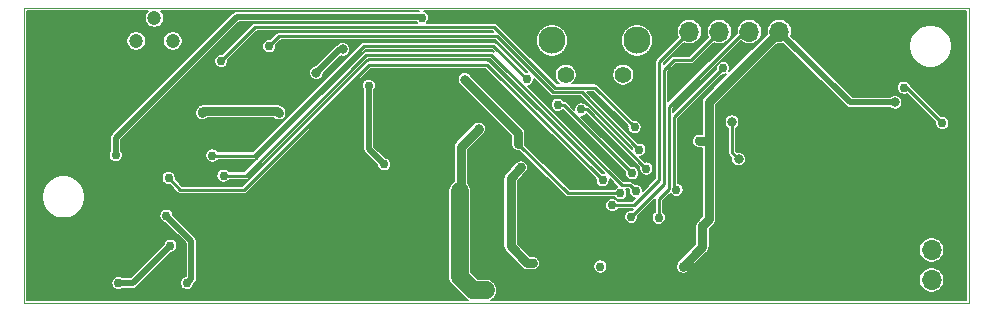
<source format=gbr>
G04 #@! TF.GenerationSoftware,KiCad,Pcbnew,(5.1.7)-1*
G04 #@! TF.CreationDate,2021-02-25T00:30:01+00:00*
G04 #@! TF.ProjectId,LedGateController,4c656447-6174-4654-936f-6e74726f6c6c,rev?*
G04 #@! TF.SameCoordinates,Original*
G04 #@! TF.FileFunction,Copper,L2,Bot*
G04 #@! TF.FilePolarity,Positive*
%FSLAX46Y46*%
G04 Gerber Fmt 4.6, Leading zero omitted, Abs format (unit mm)*
G04 Created by KiCad (PCBNEW (5.1.7)-1) date 2021-02-25 00:30:01*
%MOMM*%
%LPD*%
G01*
G04 APERTURE LIST*
G04 #@! TA.AperFunction,Profile*
%ADD10C,0.050000*%
G04 #@! TD*
G04 #@! TA.AperFunction,ComponentPad*
%ADD11C,1.400000*%
G04 #@! TD*
G04 #@! TA.AperFunction,ComponentPad*
%ADD12C,2.300000*%
G04 #@! TD*
G04 #@! TA.AperFunction,ComponentPad*
%ADD13C,1.200000*%
G04 #@! TD*
G04 #@! TA.AperFunction,ComponentPad*
%ADD14O,1.700000X1.700000*%
G04 #@! TD*
G04 #@! TA.AperFunction,ComponentPad*
%ADD15R,1.700000X1.700000*%
G04 #@! TD*
G04 #@! TA.AperFunction,ViaPad*
%ADD16C,0.750000*%
G04 #@! TD*
G04 #@! TA.AperFunction,ViaPad*
%ADD17C,0.800000*%
G04 #@! TD*
G04 #@! TA.AperFunction,ViaPad*
%ADD18C,1.500000*%
G04 #@! TD*
G04 #@! TA.AperFunction,Conductor*
%ADD19C,0.750000*%
G04 #@! TD*
G04 #@! TA.AperFunction,Conductor*
%ADD20C,0.250000*%
G04 #@! TD*
G04 #@! TA.AperFunction,Conductor*
%ADD21C,0.500000*%
G04 #@! TD*
G04 #@! TA.AperFunction,Conductor*
%ADD22C,1.500000*%
G04 #@! TD*
G04 #@! TA.AperFunction,Conductor*
%ADD23C,0.150000*%
G04 #@! TD*
G04 APERTURE END LIST*
D10*
X0Y0D02*
X0Y-25010000D01*
X0Y0D02*
X80000000Y0D01*
X80000000Y-25000000D02*
X80000000Y0D01*
X0Y-25010000D02*
X80000000Y-25000000D01*
D11*
X50725000Y-5650000D03*
X45875000Y-5650000D03*
D12*
X44700000Y-2750000D03*
X51900000Y-2750000D03*
D13*
X9500000Y-2800000D03*
X11050000Y-850000D03*
X12600000Y-2800000D03*
D14*
X56340000Y-2000000D03*
X58880000Y-2000000D03*
X61420000Y-2000000D03*
X63960000Y-2000000D03*
D15*
X66500000Y-2000000D03*
D14*
X76850000Y-23030000D03*
X76850000Y-20490000D03*
D15*
X76850000Y-17950000D03*
D16*
X55800000Y-21900000D03*
X48800000Y-21900000D03*
X41200000Y-18800000D03*
X43100000Y-21600000D03*
X42100026Y-13500000D03*
D17*
X73749994Y-8000000D03*
D16*
X57150003Y-11249997D03*
X57450000Y-18450000D03*
D17*
X38500000Y-20500000D03*
X40000000Y-20500000D03*
X38500000Y-22000000D03*
X40000000Y-22000000D03*
X32000000Y-24000000D03*
X33500000Y-24000000D03*
X35000000Y-24000000D03*
X16750000Y-19100000D03*
X16750000Y-20600000D03*
X18250000Y-20600000D03*
X20000000Y-24000000D03*
X18250000Y-19100000D03*
X21500000Y-24000000D03*
X23000000Y-24000000D03*
X24500000Y-24000000D03*
X26000000Y-24000000D03*
X27500000Y-24000000D03*
X29000000Y-24000000D03*
X30500000Y-24000000D03*
X66500000Y-24000000D03*
X65000000Y-24000000D03*
X44500000Y-16000000D03*
X44500000Y-17500000D03*
X43000000Y-17500000D03*
X43000000Y-16000000D03*
X67750000Y-7500000D03*
X66250000Y-7500000D03*
X66250000Y-9000000D03*
X67750000Y-9000000D03*
X69500000Y-3000000D03*
X71000000Y-1500000D03*
X69500000Y-1500000D03*
X71000000Y-3000000D03*
X72500000Y-1500000D03*
X72500000Y-3000000D03*
X64000000Y-10000000D03*
X62500000Y-11500000D03*
X60750000Y-8500000D03*
X62250000Y-7000000D03*
X63750000Y-5500000D03*
X52000000Y-8500000D03*
X52000000Y-7000000D03*
X36250000Y-7500000D03*
X34750000Y-7500000D03*
X21750000Y-7250000D03*
X20250000Y-7250000D03*
X21750000Y-5000000D03*
X20250000Y-5000000D03*
D16*
X53744868Y-17774386D03*
D18*
X36899700Y-15500348D03*
X39100000Y-23900000D03*
D17*
X38500000Y-10250000D03*
D16*
X49800000Y-16700008D03*
X12400000Y-20125000D03*
X8000000Y-23299996D03*
X12055050Y-17600000D03*
X13800000Y-23300020D03*
D17*
X24750001Y-5499999D03*
X27000000Y-3500000D03*
X60500000Y-12800000D03*
X59950000Y-9650000D03*
D16*
X16699998Y-4500000D03*
X51700000Y-10100000D03*
X77750000Y-9750000D03*
X74500000Y-6750000D03*
X30500000Y-13250000D03*
X29200000Y-6600000D03*
X15100000Y-8850000D03*
X41850000Y-11500000D03*
D17*
X21600000Y-8900000D03*
X37337500Y-6062500D03*
D16*
X50500000Y-15700000D03*
X20750000Y-3250000D03*
X52100000Y-12000000D03*
X7775009Y-12459509D03*
X33687500Y-812500D03*
X51400000Y-17700000D03*
X15950000Y-12500000D03*
X42577305Y-6022695D03*
X12250000Y-14400000D03*
X49000000Y-14600000D03*
X55248961Y-15402799D03*
X59200000Y-5100000D03*
X16900000Y-14200000D03*
X51800004Y-15500000D03*
X51500000Y-14000000D03*
X45200000Y-8200000D03*
X52700000Y-13600000D03*
X47200000Y-8600000D03*
D19*
X42600000Y-21600000D02*
X43100000Y-21600000D01*
X41200000Y-20200000D02*
X42600000Y-21600000D01*
X41200000Y-18800000D02*
X41200000Y-20200000D01*
X41200000Y-18800000D02*
X41200000Y-14400026D01*
X41200000Y-14400026D02*
X42100026Y-13500000D01*
X58000000Y-7960000D02*
X63960000Y-2000000D01*
D20*
X64304998Y-2000000D02*
X63960000Y-2000000D01*
D21*
X63960000Y-2000000D02*
X69960000Y-8000000D01*
X69960000Y-8000000D02*
X73749994Y-8000000D01*
D19*
X57949997Y-11249997D02*
X58000000Y-11300000D01*
X57150003Y-11249997D02*
X57949997Y-11249997D01*
X58000000Y-11300000D02*
X58000000Y-7960000D01*
X58000000Y-13200000D02*
X58000000Y-11300000D01*
X58000000Y-17900000D02*
X57450000Y-18450000D01*
X57450000Y-20250000D02*
X57450000Y-18450000D01*
X58000000Y-13100000D02*
X58000000Y-17900000D01*
X55800000Y-21900000D02*
X57450000Y-20250000D01*
D20*
X53744868Y-16220832D02*
X53744868Y-17774386D01*
X54600011Y-15365689D02*
X53744868Y-16220832D01*
X54600011Y-8349989D02*
X54600011Y-15365689D01*
X60950000Y-2000000D02*
X54600011Y-8349989D01*
X61420000Y-2000000D02*
X60950000Y-2000000D01*
D22*
X38039340Y-23900000D02*
X39100000Y-23900000D01*
X36899700Y-22760360D02*
X38039340Y-23900000D01*
X36899700Y-15500348D02*
X36899700Y-22760360D01*
D19*
X37000000Y-15400048D02*
X36899700Y-15500348D01*
X37000000Y-11750000D02*
X37000000Y-15400048D01*
X38500000Y-10250000D02*
X37000000Y-11750000D01*
D20*
X51661994Y-16700008D02*
X49800000Y-16700008D01*
X53800000Y-14562002D02*
X51661994Y-16700008D01*
X53800000Y-4540000D02*
X53800000Y-14562002D01*
X56340000Y-2000000D02*
X53800000Y-4540000D01*
D21*
X12400000Y-20125000D02*
X9225004Y-23299996D01*
X9225004Y-23299996D02*
X8000000Y-23299996D01*
X12055050Y-17600000D02*
X14174999Y-19719949D01*
X14174999Y-19719949D02*
X14174999Y-22925021D01*
X14174999Y-22925021D02*
X13800000Y-23300020D01*
X24750001Y-5499999D02*
X26750000Y-3500000D01*
X26750000Y-3500000D02*
X27000000Y-3500000D01*
D20*
X60500000Y-12800000D02*
X59950000Y-12250000D01*
X59950000Y-12250000D02*
X59950000Y-9650000D01*
X44950000Y-6750000D02*
X48350000Y-6750000D01*
X19599998Y-1600000D02*
X39800000Y-1600000D01*
X16699998Y-4500000D02*
X19599998Y-1600000D01*
X39800000Y-1600000D02*
X44950000Y-6750000D01*
X48350000Y-6750000D02*
X51700000Y-10100000D01*
X74750000Y-6750000D02*
X74500000Y-6750000D01*
X77750000Y-9750000D02*
X74750000Y-6750000D01*
D21*
X30500000Y-13250000D02*
X29200000Y-11950000D01*
X29200000Y-11950000D02*
X29200000Y-6600000D01*
D19*
X76880000Y-23000000D02*
X76850000Y-23030000D01*
X15100000Y-8850000D02*
X15100000Y-8900000D01*
X15200000Y-8750000D02*
X15100000Y-8850000D01*
X21450000Y-8750000D02*
X15200000Y-8750000D01*
X21600000Y-8900000D02*
X21450000Y-8750000D01*
X37350000Y-6075000D02*
X37337500Y-6062500D01*
X41850000Y-11500000D02*
X41850000Y-10575000D01*
X41850000Y-10575000D02*
X37337500Y-6062500D01*
D20*
X46050000Y-15700000D02*
X50500000Y-15700000D01*
X41850000Y-11500000D02*
X46050000Y-15700000D01*
X20750000Y-3250000D02*
X21600000Y-2400000D01*
X47250011Y-7150011D02*
X52100000Y-12000000D01*
X21600000Y-2400000D02*
X40034300Y-2400000D01*
X40034300Y-2400000D02*
X44784311Y-7150011D01*
X44784311Y-7150011D02*
X47250011Y-7150011D01*
D21*
X7800000Y-12450000D02*
X7790491Y-12459509D01*
X7790491Y-12459509D02*
X7775009Y-12459509D01*
X33625000Y-750000D02*
X33687500Y-812500D01*
X18000000Y-750000D02*
X33625000Y-750000D01*
X7775009Y-10974991D02*
X18000000Y-750000D01*
X7775009Y-12459509D02*
X7775009Y-10974991D01*
D20*
X55034311Y-4399989D02*
X54200000Y-5234300D01*
X56480011Y-4399989D02*
X55034311Y-4399989D01*
X58880000Y-2000000D02*
X56480011Y-4399989D01*
X54200000Y-5234300D02*
X54200000Y-14900000D01*
X54200000Y-14900000D02*
X51400000Y-17700000D01*
X15950000Y-12500000D02*
X19500000Y-12500000D01*
X19500000Y-12500000D02*
X28800000Y-3200000D01*
X28800000Y-3200000D02*
X39754610Y-3200000D01*
X39754610Y-3200000D02*
X42577305Y-6022695D01*
X18600000Y-15400000D02*
X29200000Y-4800000D01*
X13250000Y-15400000D02*
X18600000Y-15400000D01*
X29200000Y-4800000D02*
X39200000Y-4800000D01*
X12250000Y-14400000D02*
X13250000Y-15400000D01*
X39200000Y-4800000D02*
X49000000Y-14600000D01*
X55050000Y-9250000D02*
X59200000Y-5100000D01*
X55050000Y-15203838D02*
X55050000Y-9250000D01*
X55248961Y-15402799D02*
X55050000Y-15203838D01*
X18800000Y-14200000D02*
X29000000Y-4000000D01*
X29000000Y-4000000D02*
X39581256Y-4000000D01*
X51325005Y-15025001D02*
X51800004Y-15500000D01*
X16900000Y-14200000D02*
X18800000Y-14200000D01*
X39581256Y-4000000D02*
X50606257Y-15025001D01*
X50606257Y-15025001D02*
X51325005Y-15025001D01*
X51500000Y-14000000D02*
X45700000Y-8200000D01*
X45700000Y-8200000D02*
X45200000Y-8200000D01*
X52700000Y-13600000D02*
X47700000Y-8600000D01*
X47700000Y-8600000D02*
X47200000Y-8600000D01*
D23*
X10409181Y-324093D02*
X10318894Y-459216D01*
X10256704Y-609356D01*
X10225000Y-768745D01*
X10225000Y-931255D01*
X10256704Y-1090644D01*
X10318894Y-1240784D01*
X10409181Y-1375907D01*
X10524093Y-1490819D01*
X10659216Y-1581106D01*
X10809356Y-1643296D01*
X10968745Y-1675000D01*
X11131255Y-1675000D01*
X11290644Y-1643296D01*
X11440784Y-1581106D01*
X11575907Y-1490819D01*
X11690819Y-1375907D01*
X11781106Y-1240784D01*
X11843296Y-1090644D01*
X11875000Y-931255D01*
X11875000Y-768745D01*
X11843296Y-609356D01*
X11781106Y-459216D01*
X11690819Y-324093D01*
X11616726Y-250000D01*
X33477620Y-250000D01*
X33417264Y-275000D01*
X18023332Y-275000D01*
X18000000Y-272702D01*
X17906883Y-281873D01*
X17879722Y-290112D01*
X17817346Y-309034D01*
X17734827Y-353141D01*
X17662499Y-412499D01*
X17647621Y-430628D01*
X7455638Y-10622612D01*
X7437509Y-10637490D01*
X7378151Y-10709818D01*
X7338529Y-10783947D01*
X7334044Y-10792337D01*
X7306882Y-10881875D01*
X7297711Y-10974991D01*
X7300010Y-10998333D01*
X7300009Y-12090425D01*
X7243296Y-12175302D01*
X7198067Y-12284495D01*
X7175009Y-12400414D01*
X7175009Y-12518604D01*
X7198067Y-12634523D01*
X7243296Y-12743716D01*
X7308959Y-12841987D01*
X7392531Y-12925559D01*
X7490802Y-12991222D01*
X7599995Y-13036451D01*
X7715914Y-13059509D01*
X7834104Y-13059509D01*
X7950023Y-13036451D01*
X8059216Y-12991222D01*
X8157487Y-12925559D01*
X8241059Y-12841987D01*
X8306722Y-12743716D01*
X8351951Y-12634523D01*
X8375009Y-12518604D01*
X8375009Y-12400414D01*
X8351951Y-12284495D01*
X8306722Y-12175302D01*
X8250009Y-12090426D01*
X8250009Y-11171741D01*
X10571750Y-8850000D01*
X14497097Y-8850000D01*
X14500000Y-8879474D01*
X14500000Y-8929474D01*
X14508682Y-9017621D01*
X14542990Y-9130721D01*
X14598704Y-9234955D01*
X14673684Y-9326317D01*
X14765046Y-9401296D01*
X14869280Y-9457010D01*
X14982380Y-9491318D01*
X15100000Y-9502903D01*
X15217621Y-9491318D01*
X15330721Y-9457010D01*
X15434955Y-9401296D01*
X15497459Y-9350000D01*
X21166117Y-9350000D01*
X21201586Y-9385469D01*
X21303952Y-9453868D01*
X21417694Y-9500981D01*
X21538443Y-9525000D01*
X21661557Y-9525000D01*
X21782306Y-9500981D01*
X21896048Y-9453868D01*
X21998414Y-9385469D01*
X22085469Y-9298414D01*
X22153868Y-9196048D01*
X22200981Y-9082306D01*
X22225000Y-8961557D01*
X22225000Y-8838443D01*
X22200981Y-8717694D01*
X22153868Y-8603952D01*
X22085469Y-8501586D01*
X21998414Y-8414531D01*
X21896048Y-8346132D01*
X21894067Y-8345311D01*
X21876317Y-8323683D01*
X21784955Y-8248704D01*
X21680721Y-8192990D01*
X21567621Y-8158682D01*
X21479474Y-8150000D01*
X21450000Y-8147097D01*
X21420526Y-8150000D01*
X15229473Y-8150000D01*
X15199999Y-8147097D01*
X15123833Y-8154599D01*
X15082379Y-8158682D01*
X14969279Y-8192990D01*
X14865045Y-8248704D01*
X14773683Y-8323683D01*
X14754890Y-8346582D01*
X14717524Y-8383949D01*
X14717522Y-8383950D01*
X14696581Y-8404891D01*
X14673683Y-8423683D01*
X14654894Y-8446578D01*
X14633950Y-8467522D01*
X14617494Y-8492151D01*
X14598704Y-8515046D01*
X14584744Y-8541164D01*
X14568287Y-8565793D01*
X14556951Y-8593161D01*
X14542990Y-8619280D01*
X14534393Y-8647620D01*
X14523058Y-8674986D01*
X14517278Y-8704042D01*
X14508682Y-8732380D01*
X14505779Y-8761851D01*
X14500000Y-8790905D01*
X14500000Y-8820526D01*
X14497097Y-8850000D01*
X10571750Y-8850000D01*
X13983308Y-5438442D01*
X24125001Y-5438442D01*
X24125001Y-5561556D01*
X24149020Y-5682305D01*
X24196133Y-5796047D01*
X24264532Y-5898413D01*
X24351587Y-5985468D01*
X24453953Y-6053867D01*
X24567695Y-6100980D01*
X24688444Y-6124999D01*
X24811558Y-6124999D01*
X24932307Y-6100980D01*
X25046049Y-6053867D01*
X25148415Y-5985468D01*
X25235470Y-5898413D01*
X25303869Y-5796047D01*
X25350982Y-5682305D01*
X25375001Y-5561556D01*
X25375001Y-5546749D01*
X26820260Y-4101491D01*
X26938443Y-4125000D01*
X27061557Y-4125000D01*
X27182306Y-4100981D01*
X27296048Y-4053868D01*
X27398414Y-3985469D01*
X27485469Y-3898414D01*
X27553868Y-3796048D01*
X27600981Y-3682306D01*
X27625000Y-3561557D01*
X27625000Y-3438443D01*
X27600981Y-3317694D01*
X27553868Y-3203952D01*
X27485469Y-3101586D01*
X27398414Y-3014531D01*
X27296048Y-2946132D01*
X27182306Y-2899019D01*
X27061557Y-2875000D01*
X26938443Y-2875000D01*
X26817694Y-2899019D01*
X26703952Y-2946132D01*
X26601586Y-3014531D01*
X26545298Y-3070819D01*
X26484827Y-3103141D01*
X26412499Y-3162499D01*
X26397625Y-3180623D01*
X24703251Y-4874999D01*
X24688444Y-4874999D01*
X24567695Y-4899018D01*
X24453953Y-4946131D01*
X24351587Y-5014530D01*
X24264532Y-5101585D01*
X24196133Y-5203951D01*
X24149020Y-5317693D01*
X24125001Y-5438442D01*
X13983308Y-5438442D01*
X18196751Y-1225000D01*
X33251472Y-1225000D01*
X33276472Y-1250000D01*
X19617183Y-1250000D01*
X19599997Y-1248307D01*
X19582811Y-1250000D01*
X19582809Y-1250000D01*
X19531386Y-1255065D01*
X19465411Y-1275078D01*
X19404608Y-1307578D01*
X19351313Y-1351315D01*
X19340354Y-1364670D01*
X16797404Y-3907621D01*
X16759093Y-3900000D01*
X16640903Y-3900000D01*
X16524984Y-3923058D01*
X16415791Y-3968287D01*
X16317520Y-4033950D01*
X16233948Y-4117522D01*
X16168285Y-4215793D01*
X16123056Y-4324986D01*
X16099998Y-4440905D01*
X16099998Y-4559095D01*
X16123056Y-4675014D01*
X16168285Y-4784207D01*
X16233948Y-4882478D01*
X16317520Y-4966050D01*
X16415791Y-5031713D01*
X16524984Y-5076942D01*
X16640903Y-5100000D01*
X16759093Y-5100000D01*
X16875012Y-5076942D01*
X16984205Y-5031713D01*
X17082476Y-4966050D01*
X17166048Y-4882478D01*
X17231711Y-4784207D01*
X17276940Y-4675014D01*
X17299998Y-4559095D01*
X17299998Y-4440905D01*
X17292377Y-4402594D01*
X19744973Y-1950000D01*
X39655027Y-1950000D01*
X39755027Y-2050000D01*
X21617196Y-2050000D01*
X21600000Y-2048306D01*
X21531388Y-2055065D01*
X21465413Y-2075078D01*
X21404610Y-2107578D01*
X21351315Y-2151315D01*
X21340355Y-2164670D01*
X20847406Y-2657621D01*
X20809095Y-2650000D01*
X20690905Y-2650000D01*
X20574986Y-2673058D01*
X20465793Y-2718287D01*
X20367522Y-2783950D01*
X20283950Y-2867522D01*
X20218287Y-2965793D01*
X20173058Y-3074986D01*
X20150000Y-3190905D01*
X20150000Y-3309095D01*
X20173058Y-3425014D01*
X20218287Y-3534207D01*
X20283950Y-3632478D01*
X20367522Y-3716050D01*
X20465793Y-3781713D01*
X20574986Y-3826942D01*
X20690905Y-3850000D01*
X20809095Y-3850000D01*
X20925014Y-3826942D01*
X21034207Y-3781713D01*
X21132478Y-3716050D01*
X21216050Y-3632478D01*
X21281713Y-3534207D01*
X21326942Y-3425014D01*
X21350000Y-3309095D01*
X21350000Y-3190905D01*
X21342379Y-3152594D01*
X21744975Y-2750000D01*
X39889327Y-2750000D01*
X42562021Y-5422695D01*
X42518210Y-5422695D01*
X42479900Y-5430315D01*
X40014263Y-2964680D01*
X40003295Y-2951315D01*
X39950000Y-2907578D01*
X39889197Y-2875078D01*
X39823222Y-2855065D01*
X39771799Y-2850000D01*
X39771798Y-2850000D01*
X39754610Y-2848307D01*
X39737422Y-2850000D01*
X28817188Y-2850000D01*
X28799999Y-2848307D01*
X28731387Y-2855065D01*
X28711374Y-2861136D01*
X28665413Y-2875078D01*
X28604610Y-2907578D01*
X28551315Y-2951315D01*
X28540356Y-2964669D01*
X19355027Y-12150000D01*
X16437751Y-12150000D01*
X16416050Y-12117522D01*
X16332478Y-12033950D01*
X16234207Y-11968287D01*
X16125014Y-11923058D01*
X16009095Y-11900000D01*
X15890905Y-11900000D01*
X15774986Y-11923058D01*
X15665793Y-11968287D01*
X15567522Y-12033950D01*
X15483950Y-12117522D01*
X15418287Y-12215793D01*
X15373058Y-12324986D01*
X15350000Y-12440905D01*
X15350000Y-12559095D01*
X15373058Y-12675014D01*
X15418287Y-12784207D01*
X15483950Y-12882478D01*
X15567522Y-12966050D01*
X15665793Y-13031713D01*
X15774986Y-13076942D01*
X15890905Y-13100000D01*
X16009095Y-13100000D01*
X16125014Y-13076942D01*
X16234207Y-13031713D01*
X16332478Y-12966050D01*
X16416050Y-12882478D01*
X16437751Y-12850000D01*
X19482812Y-12850000D01*
X19500000Y-12851693D01*
X19517188Y-12850000D01*
X19517189Y-12850000D01*
X19568612Y-12844935D01*
X19634587Y-12824922D01*
X19695390Y-12792422D01*
X19748685Y-12748685D01*
X19759654Y-12735319D01*
X28944975Y-3550000D01*
X39609637Y-3550000D01*
X39756385Y-3696748D01*
X39715843Y-3675078D01*
X39649868Y-3655065D01*
X39598445Y-3650000D01*
X39598444Y-3650000D01*
X39581256Y-3648307D01*
X39564068Y-3650000D01*
X29017185Y-3650000D01*
X28999999Y-3648307D01*
X28982813Y-3650000D01*
X28982811Y-3650000D01*
X28931388Y-3655065D01*
X28865413Y-3675078D01*
X28804610Y-3707578D01*
X28751315Y-3751315D01*
X28740356Y-3764669D01*
X18655027Y-13850000D01*
X17387751Y-13850000D01*
X17366050Y-13817522D01*
X17282478Y-13733950D01*
X17184207Y-13668287D01*
X17075014Y-13623058D01*
X16959095Y-13600000D01*
X16840905Y-13600000D01*
X16724986Y-13623058D01*
X16615793Y-13668287D01*
X16517522Y-13733950D01*
X16433950Y-13817522D01*
X16368287Y-13915793D01*
X16323058Y-14024986D01*
X16300000Y-14140905D01*
X16300000Y-14259095D01*
X16323058Y-14375014D01*
X16368287Y-14484207D01*
X16433950Y-14582478D01*
X16517522Y-14666050D01*
X16615793Y-14731713D01*
X16724986Y-14776942D01*
X16840905Y-14800000D01*
X16959095Y-14800000D01*
X17075014Y-14776942D01*
X17184207Y-14731713D01*
X17282478Y-14666050D01*
X17366050Y-14582478D01*
X17387751Y-14550000D01*
X18782812Y-14550000D01*
X18800000Y-14551693D01*
X18817188Y-14550000D01*
X18817189Y-14550000D01*
X18868612Y-14544935D01*
X18934587Y-14524922D01*
X18995390Y-14492422D01*
X19048685Y-14448685D01*
X19059654Y-14435319D01*
X29144975Y-4350000D01*
X39436283Y-4350000D01*
X49093033Y-14006751D01*
X49059095Y-14000000D01*
X48940905Y-14000000D01*
X48902594Y-14007621D01*
X39459654Y-4564681D01*
X39448685Y-4551315D01*
X39395390Y-4507578D01*
X39334587Y-4475078D01*
X39268612Y-4455065D01*
X39217189Y-4450000D01*
X39217188Y-4450000D01*
X39200000Y-4448307D01*
X39182812Y-4450000D01*
X29217189Y-4450000D01*
X29200000Y-4448307D01*
X29131388Y-4455065D01*
X29065412Y-4475078D01*
X29018787Y-4500000D01*
X29004610Y-4507578D01*
X28951315Y-4551315D01*
X28940356Y-4564669D01*
X18455027Y-15050000D01*
X13394975Y-15050000D01*
X12842379Y-14497406D01*
X12850000Y-14459095D01*
X12850000Y-14340905D01*
X12826942Y-14224986D01*
X12781713Y-14115793D01*
X12716050Y-14017522D01*
X12632478Y-13933950D01*
X12534207Y-13868287D01*
X12425014Y-13823058D01*
X12309095Y-13800000D01*
X12190905Y-13800000D01*
X12074986Y-13823058D01*
X11965793Y-13868287D01*
X11867522Y-13933950D01*
X11783950Y-14017522D01*
X11718287Y-14115793D01*
X11673058Y-14224986D01*
X11650000Y-14340905D01*
X11650000Y-14459095D01*
X11673058Y-14575014D01*
X11718287Y-14684207D01*
X11783950Y-14782478D01*
X11867522Y-14866050D01*
X11965793Y-14931713D01*
X12074986Y-14976942D01*
X12190905Y-15000000D01*
X12309095Y-15000000D01*
X12347406Y-14992379D01*
X12990355Y-15635330D01*
X13001315Y-15648685D01*
X13052403Y-15690611D01*
X13054610Y-15692422D01*
X13115413Y-15724922D01*
X13181388Y-15744935D01*
X13250000Y-15751694D01*
X13267196Y-15750000D01*
X18582812Y-15750000D01*
X18600000Y-15751693D01*
X18617188Y-15750000D01*
X18617189Y-15750000D01*
X18668612Y-15744935D01*
X18734587Y-15724922D01*
X18795390Y-15692422D01*
X18848685Y-15648685D01*
X18859654Y-15635319D01*
X27954069Y-6540905D01*
X28600000Y-6540905D01*
X28600000Y-6659095D01*
X28623058Y-6775014D01*
X28668287Y-6884207D01*
X28725001Y-6969085D01*
X28725000Y-11926668D01*
X28722702Y-11950000D01*
X28731873Y-12043116D01*
X28735360Y-12054611D01*
X28759034Y-12132653D01*
X28803141Y-12215173D01*
X28862499Y-12287501D01*
X28880634Y-12302384D01*
X29903143Y-13324894D01*
X29923058Y-13425014D01*
X29968287Y-13534207D01*
X30033950Y-13632478D01*
X30117522Y-13716050D01*
X30215793Y-13781713D01*
X30324986Y-13826942D01*
X30440905Y-13850000D01*
X30559095Y-13850000D01*
X30675014Y-13826942D01*
X30784207Y-13781713D01*
X30882478Y-13716050D01*
X30966050Y-13632478D01*
X31031713Y-13534207D01*
X31076942Y-13425014D01*
X31100000Y-13309095D01*
X31100000Y-13190905D01*
X31076942Y-13074986D01*
X31031713Y-12965793D01*
X30966050Y-12867522D01*
X30882478Y-12783950D01*
X30784207Y-12718287D01*
X30675014Y-12673058D01*
X30574894Y-12653143D01*
X29675000Y-11753250D01*
X29675000Y-6969083D01*
X29731713Y-6884207D01*
X29776942Y-6775014D01*
X29800000Y-6659095D01*
X29800000Y-6540905D01*
X29776942Y-6424986D01*
X29731713Y-6315793D01*
X29666050Y-6217522D01*
X29582478Y-6133950D01*
X29484207Y-6068287D01*
X29375014Y-6023058D01*
X29259095Y-6000000D01*
X29140905Y-6000000D01*
X29024986Y-6023058D01*
X28915793Y-6068287D01*
X28817522Y-6133950D01*
X28733950Y-6217522D01*
X28668287Y-6315793D01*
X28623058Y-6424986D01*
X28600000Y-6540905D01*
X27954069Y-6540905D01*
X29344975Y-5150000D01*
X39055027Y-5150000D01*
X48407621Y-14502594D01*
X48400000Y-14540905D01*
X48400000Y-14659095D01*
X48423058Y-14775014D01*
X48468287Y-14884207D01*
X48533950Y-14982478D01*
X48617522Y-15066050D01*
X48715793Y-15131713D01*
X48824986Y-15176942D01*
X48940905Y-15200000D01*
X49059095Y-15200000D01*
X49175014Y-15176942D01*
X49284207Y-15131713D01*
X49382478Y-15066050D01*
X49466050Y-14982478D01*
X49531713Y-14884207D01*
X49576942Y-14775014D01*
X49600000Y-14659095D01*
X49600000Y-14540905D01*
X49593249Y-14506967D01*
X50243212Y-15156930D01*
X50215793Y-15168287D01*
X50117522Y-15233950D01*
X50033950Y-15317522D01*
X50012249Y-15350000D01*
X46194974Y-15350000D01*
X42443226Y-11598253D01*
X42444221Y-11588148D01*
X42450000Y-11559095D01*
X42450000Y-10604474D01*
X42452903Y-10575000D01*
X42441318Y-10457379D01*
X42407010Y-10344279D01*
X42397743Y-10326942D01*
X42351296Y-10240045D01*
X42276317Y-10148683D01*
X42253419Y-10129891D01*
X37892350Y-5768823D01*
X37891368Y-5766452D01*
X37822969Y-5664086D01*
X37735914Y-5577031D01*
X37633548Y-5508632D01*
X37519806Y-5461519D01*
X37399057Y-5437500D01*
X37275943Y-5437500D01*
X37155194Y-5461519D01*
X37041452Y-5508632D01*
X36939086Y-5577031D01*
X36852031Y-5664086D01*
X36783632Y-5766452D01*
X36736519Y-5880194D01*
X36712500Y-6000943D01*
X36712500Y-6124057D01*
X36736519Y-6244806D01*
X36783632Y-6358548D01*
X36852031Y-6460914D01*
X36939086Y-6547969D01*
X37041452Y-6616368D01*
X37043823Y-6617350D01*
X41250001Y-10823529D01*
X41250000Y-11440905D01*
X41250000Y-11559095D01*
X41255779Y-11588149D01*
X41258682Y-11617620D01*
X41267279Y-11645960D01*
X41273058Y-11675014D01*
X41284393Y-11702380D01*
X41292990Y-11730720D01*
X41306951Y-11756839D01*
X41318287Y-11784207D01*
X41334744Y-11808836D01*
X41348704Y-11834954D01*
X41367494Y-11857849D01*
X41383950Y-11882478D01*
X41404892Y-11903420D01*
X41423683Y-11926317D01*
X41446581Y-11945109D01*
X41467522Y-11966050D01*
X41492147Y-11982504D01*
X41515045Y-12001296D01*
X41541168Y-12015259D01*
X41565793Y-12031713D01*
X41593156Y-12043047D01*
X41619279Y-12057010D01*
X41647623Y-12065608D01*
X41674986Y-12076942D01*
X41704037Y-12082721D01*
X41732379Y-12091318D01*
X41761852Y-12094221D01*
X41790905Y-12100000D01*
X41820526Y-12100000D01*
X41850000Y-12102903D01*
X41879474Y-12100000D01*
X41909095Y-12100000D01*
X41938149Y-12094221D01*
X41948253Y-12093226D01*
X45790351Y-15935325D01*
X45801315Y-15948685D01*
X45854610Y-15992422D01*
X45915413Y-16024922D01*
X45981388Y-16044935D01*
X46050000Y-16051693D01*
X46067189Y-16050000D01*
X50012249Y-16050000D01*
X50033950Y-16082478D01*
X50117522Y-16166050D01*
X50215793Y-16231713D01*
X50324986Y-16276942D01*
X50440905Y-16300000D01*
X50559095Y-16300000D01*
X50675014Y-16276942D01*
X50784207Y-16231713D01*
X50882478Y-16166050D01*
X50966050Y-16082478D01*
X51031713Y-15984207D01*
X51076942Y-15875014D01*
X51100000Y-15759095D01*
X51100000Y-15640905D01*
X51076942Y-15524986D01*
X51031713Y-15415793D01*
X51004456Y-15375001D01*
X51180032Y-15375001D01*
X51207625Y-15402594D01*
X51200004Y-15440905D01*
X51200004Y-15559095D01*
X51223062Y-15675014D01*
X51268291Y-15784207D01*
X51333954Y-15882478D01*
X51417526Y-15966050D01*
X51515797Y-16031713D01*
X51624990Y-16076942D01*
X51740909Y-16100000D01*
X51767029Y-16100000D01*
X51517021Y-16350008D01*
X50287751Y-16350008D01*
X50266050Y-16317530D01*
X50182478Y-16233958D01*
X50084207Y-16168295D01*
X49975014Y-16123066D01*
X49859095Y-16100008D01*
X49740905Y-16100008D01*
X49624986Y-16123066D01*
X49515793Y-16168295D01*
X49417522Y-16233958D01*
X49333950Y-16317530D01*
X49268287Y-16415801D01*
X49223058Y-16524994D01*
X49200000Y-16640913D01*
X49200000Y-16759103D01*
X49223058Y-16875022D01*
X49268287Y-16984215D01*
X49333950Y-17082486D01*
X49417522Y-17166058D01*
X49515793Y-17231721D01*
X49624986Y-17276950D01*
X49740905Y-17300008D01*
X49859095Y-17300008D01*
X49975014Y-17276950D01*
X50084207Y-17231721D01*
X50182478Y-17166058D01*
X50266050Y-17082486D01*
X50287751Y-17050008D01*
X51555019Y-17050008D01*
X51497406Y-17107621D01*
X51459095Y-17100000D01*
X51340905Y-17100000D01*
X51224986Y-17123058D01*
X51115793Y-17168287D01*
X51017522Y-17233950D01*
X50933950Y-17317522D01*
X50868287Y-17415793D01*
X50823058Y-17524986D01*
X50800000Y-17640905D01*
X50800000Y-17759095D01*
X50823058Y-17875014D01*
X50868287Y-17984207D01*
X50933950Y-18082478D01*
X51017522Y-18166050D01*
X51115793Y-18231713D01*
X51224986Y-18276942D01*
X51340905Y-18300000D01*
X51459095Y-18300000D01*
X51575014Y-18276942D01*
X51684207Y-18231713D01*
X51782478Y-18166050D01*
X51866050Y-18082478D01*
X51931713Y-17984207D01*
X51976942Y-17875014D01*
X52000000Y-17759095D01*
X52000000Y-17640905D01*
X51992379Y-17602594D01*
X53395255Y-16199719D01*
X53393175Y-16220832D01*
X53394868Y-16238021D01*
X53394869Y-17286634D01*
X53362390Y-17308336D01*
X53278818Y-17391908D01*
X53213155Y-17490179D01*
X53167926Y-17599372D01*
X53144868Y-17715291D01*
X53144868Y-17833481D01*
X53167926Y-17949400D01*
X53213155Y-18058593D01*
X53278818Y-18156864D01*
X53362390Y-18240436D01*
X53460661Y-18306099D01*
X53569854Y-18351328D01*
X53685773Y-18374386D01*
X53803963Y-18374386D01*
X53919882Y-18351328D01*
X54029075Y-18306099D01*
X54127346Y-18240436D01*
X54210918Y-18156864D01*
X54276581Y-18058593D01*
X54321810Y-17949400D01*
X54344868Y-17833481D01*
X54344868Y-17715291D01*
X54321810Y-17599372D01*
X54276581Y-17490179D01*
X54210918Y-17391908D01*
X54127346Y-17308336D01*
X54094868Y-17286635D01*
X54094868Y-16365805D01*
X54739847Y-15720827D01*
X54782911Y-15785277D01*
X54866483Y-15868849D01*
X54964754Y-15934512D01*
X55073947Y-15979741D01*
X55189866Y-16002799D01*
X55308056Y-16002799D01*
X55423975Y-15979741D01*
X55533168Y-15934512D01*
X55631439Y-15868849D01*
X55715011Y-15785277D01*
X55780674Y-15687006D01*
X55825903Y-15577813D01*
X55848961Y-15461894D01*
X55848961Y-15343704D01*
X55825903Y-15227785D01*
X55780674Y-15118592D01*
X55715011Y-15020321D01*
X55631439Y-14936749D01*
X55533168Y-14871086D01*
X55423975Y-14825857D01*
X55400000Y-14821088D01*
X55400000Y-9394973D01*
X59102595Y-5692380D01*
X59140905Y-5700000D01*
X59259095Y-5700000D01*
X59375014Y-5676942D01*
X59476615Y-5634858D01*
X57596582Y-7514891D01*
X57573684Y-7533683D01*
X57498705Y-7625045D01*
X57478686Y-7662499D01*
X57442991Y-7729279D01*
X57408682Y-7842380D01*
X57397097Y-7960000D01*
X57400001Y-7989484D01*
X57400000Y-10649997D01*
X57090908Y-10649997D01*
X57061855Y-10655776D01*
X57032382Y-10658679D01*
X57004040Y-10667276D01*
X56974989Y-10673055D01*
X56947626Y-10684389D01*
X56919282Y-10692987D01*
X56893159Y-10706950D01*
X56865796Y-10718284D01*
X56841171Y-10734738D01*
X56815048Y-10748701D01*
X56792150Y-10767493D01*
X56767525Y-10783947D01*
X56746584Y-10804888D01*
X56723686Y-10823680D01*
X56704894Y-10846578D01*
X56683953Y-10867519D01*
X56667499Y-10892144D01*
X56648707Y-10915042D01*
X56634744Y-10941165D01*
X56618290Y-10965790D01*
X56606956Y-10993153D01*
X56592993Y-11019276D01*
X56584395Y-11047620D01*
X56573061Y-11074983D01*
X56567282Y-11104034D01*
X56558685Y-11132376D01*
X56555782Y-11161849D01*
X56550003Y-11190902D01*
X56550003Y-11220523D01*
X56547100Y-11249997D01*
X56550003Y-11279471D01*
X56550003Y-11309092D01*
X56555782Y-11338145D01*
X56558685Y-11367618D01*
X56567282Y-11395960D01*
X56573061Y-11425011D01*
X56584395Y-11452374D01*
X56592993Y-11480718D01*
X56606956Y-11506841D01*
X56618290Y-11534204D01*
X56634744Y-11558829D01*
X56648707Y-11584952D01*
X56667499Y-11607850D01*
X56683953Y-11632475D01*
X56704894Y-11653416D01*
X56723686Y-11676314D01*
X56746584Y-11695106D01*
X56767525Y-11716047D01*
X56792150Y-11732501D01*
X56815048Y-11751293D01*
X56841171Y-11765256D01*
X56865796Y-11781710D01*
X56893159Y-11793044D01*
X56919282Y-11807007D01*
X56947626Y-11815605D01*
X56974989Y-11826939D01*
X57004040Y-11832718D01*
X57032382Y-11841315D01*
X57061855Y-11844218D01*
X57090908Y-11849997D01*
X57400001Y-11849997D01*
X57400000Y-13070526D01*
X57400000Y-13070527D01*
X57400001Y-17651471D01*
X57046576Y-18004896D01*
X57023684Y-18023683D01*
X57004897Y-18046575D01*
X56983950Y-18067522D01*
X56967492Y-18092153D01*
X56948705Y-18115045D01*
X56934746Y-18141160D01*
X56918287Y-18165793D01*
X56906949Y-18193165D01*
X56903296Y-18200000D01*
X56892991Y-18219279D01*
X56884395Y-18247616D01*
X56873058Y-18274986D01*
X56867278Y-18304042D01*
X56858682Y-18332380D01*
X56855779Y-18361851D01*
X56850000Y-18390905D01*
X56850000Y-18420526D01*
X56847097Y-18450000D01*
X56850000Y-18479474D01*
X56850000Y-18509095D01*
X56850001Y-18509100D01*
X56850000Y-20001471D01*
X55417525Y-21433948D01*
X55417522Y-21433950D01*
X55333950Y-21517522D01*
X55317489Y-21542158D01*
X55298705Y-21565046D01*
X55284748Y-21591157D01*
X55268287Y-21615793D01*
X55256949Y-21643166D01*
X55242991Y-21669279D01*
X55234395Y-21697616D01*
X55223058Y-21724986D01*
X55217278Y-21754042D01*
X55208682Y-21782380D01*
X55205779Y-21811851D01*
X55200000Y-21840905D01*
X55200000Y-21870526D01*
X55197097Y-21900000D01*
X55200000Y-21929474D01*
X55200000Y-21959095D01*
X55205779Y-21988149D01*
X55208682Y-22017620D01*
X55217278Y-22045958D01*
X55223058Y-22075014D01*
X55234395Y-22102384D01*
X55242991Y-22130721D01*
X55256949Y-22156834D01*
X55268287Y-22184207D01*
X55284748Y-22208843D01*
X55298705Y-22234954D01*
X55317488Y-22257841D01*
X55333950Y-22282478D01*
X55354901Y-22303429D01*
X55373684Y-22326316D01*
X55396571Y-22345099D01*
X55417522Y-22366050D01*
X55442159Y-22382512D01*
X55465046Y-22401295D01*
X55491157Y-22415252D01*
X55515793Y-22431713D01*
X55543166Y-22443051D01*
X55569279Y-22457009D01*
X55597616Y-22465605D01*
X55624986Y-22476942D01*
X55654042Y-22482722D01*
X55682380Y-22491318D01*
X55711851Y-22494221D01*
X55740905Y-22500000D01*
X55770526Y-22500000D01*
X55800000Y-22502903D01*
X55829474Y-22500000D01*
X55859095Y-22500000D01*
X55888149Y-22494221D01*
X55917620Y-22491318D01*
X55945958Y-22482722D01*
X55975014Y-22476942D01*
X56002384Y-22465605D01*
X56030721Y-22457009D01*
X56056834Y-22443051D01*
X56084207Y-22431713D01*
X56108843Y-22415252D01*
X56134954Y-22401295D01*
X56157842Y-22382511D01*
X56182478Y-22366050D01*
X56266050Y-22282478D01*
X56266052Y-22282475D01*
X57853426Y-20695103D01*
X57876317Y-20676317D01*
X57951296Y-20584955D01*
X58007010Y-20480721D01*
X58036312Y-20384122D01*
X75775000Y-20384122D01*
X75775000Y-20595878D01*
X75816312Y-20803566D01*
X75897348Y-20999203D01*
X76014993Y-21175272D01*
X76164728Y-21325007D01*
X76340797Y-21442652D01*
X76536434Y-21523688D01*
X76744122Y-21565000D01*
X76955878Y-21565000D01*
X77163566Y-21523688D01*
X77359203Y-21442652D01*
X77535272Y-21325007D01*
X77685007Y-21175272D01*
X77802652Y-20999203D01*
X77883688Y-20803566D01*
X77925000Y-20595878D01*
X77925000Y-20384122D01*
X77883688Y-20176434D01*
X77802652Y-19980797D01*
X77685007Y-19804728D01*
X77535272Y-19654993D01*
X77359203Y-19537348D01*
X77163566Y-19456312D01*
X76955878Y-19415000D01*
X76744122Y-19415000D01*
X76536434Y-19456312D01*
X76340797Y-19537348D01*
X76164728Y-19654993D01*
X76014993Y-19804728D01*
X75897348Y-19980797D01*
X75816312Y-20176434D01*
X75775000Y-20384122D01*
X58036312Y-20384122D01*
X58041318Y-20367621D01*
X58050000Y-20279474D01*
X58050000Y-20279473D01*
X58052903Y-20250001D01*
X58050000Y-20220527D01*
X58050000Y-18698528D01*
X58403424Y-18345105D01*
X58426317Y-18326317D01*
X58448979Y-18298704D01*
X58473941Y-18268287D01*
X58501296Y-18234955D01*
X58557010Y-18130721D01*
X58591318Y-18017621D01*
X58600000Y-17929474D01*
X58600000Y-17929467D01*
X58602902Y-17900001D01*
X58600000Y-17870535D01*
X58600000Y-11329473D01*
X58602903Y-11300000D01*
X58600000Y-11270526D01*
X58600000Y-9588443D01*
X59325000Y-9588443D01*
X59325000Y-9711557D01*
X59349019Y-9832306D01*
X59396132Y-9946048D01*
X59464531Y-10048414D01*
X59551586Y-10135469D01*
X59600001Y-10167819D01*
X59600000Y-12232812D01*
X59598307Y-12250000D01*
X59600000Y-12267188D01*
X59605065Y-12318611D01*
X59625078Y-12384586D01*
X59657578Y-12445389D01*
X59701315Y-12498684D01*
X59714676Y-12509649D01*
X59886360Y-12681334D01*
X59875000Y-12738443D01*
X59875000Y-12861557D01*
X59899019Y-12982306D01*
X59946132Y-13096048D01*
X60014531Y-13198414D01*
X60101586Y-13285469D01*
X60203952Y-13353868D01*
X60317694Y-13400981D01*
X60438443Y-13425000D01*
X60561557Y-13425000D01*
X60682306Y-13400981D01*
X60796048Y-13353868D01*
X60898414Y-13285469D01*
X60985469Y-13198414D01*
X61053868Y-13096048D01*
X61100981Y-12982306D01*
X61125000Y-12861557D01*
X61125000Y-12738443D01*
X61100981Y-12617694D01*
X61053868Y-12503952D01*
X60985469Y-12401586D01*
X60898414Y-12314531D01*
X60796048Y-12246132D01*
X60682306Y-12199019D01*
X60561557Y-12175000D01*
X60438443Y-12175000D01*
X60381334Y-12186360D01*
X60300000Y-12105027D01*
X60300000Y-10167818D01*
X60348414Y-10135469D01*
X60435469Y-10048414D01*
X60503868Y-9946048D01*
X60550981Y-9832306D01*
X60575000Y-9711557D01*
X60575000Y-9588443D01*
X60550981Y-9467694D01*
X60503868Y-9353952D01*
X60435469Y-9251586D01*
X60348414Y-9164531D01*
X60246048Y-9096132D01*
X60132306Y-9049019D01*
X60011557Y-9025000D01*
X59888443Y-9025000D01*
X59767694Y-9049019D01*
X59653952Y-9096132D01*
X59551586Y-9164531D01*
X59464531Y-9251586D01*
X59396132Y-9353952D01*
X59349019Y-9467694D01*
X59325000Y-9588443D01*
X58600000Y-9588443D01*
X58600000Y-8208527D01*
X63753536Y-3054992D01*
X63854122Y-3075000D01*
X64065878Y-3075000D01*
X64273566Y-3033688D01*
X64307770Y-3019520D01*
X69607621Y-8319372D01*
X69622499Y-8337501D01*
X69694827Y-8396859D01*
X69777346Y-8440966D01*
X69839722Y-8459888D01*
X69866883Y-8468127D01*
X69959999Y-8477298D01*
X69983331Y-8475000D01*
X73341111Y-8475000D01*
X73351580Y-8485469D01*
X73453946Y-8553868D01*
X73567688Y-8600981D01*
X73688437Y-8625000D01*
X73811551Y-8625000D01*
X73932300Y-8600981D01*
X74046042Y-8553868D01*
X74148408Y-8485469D01*
X74235463Y-8398414D01*
X74303862Y-8296048D01*
X74350975Y-8182306D01*
X74374994Y-8061557D01*
X74374994Y-7938443D01*
X74350975Y-7817694D01*
X74303862Y-7703952D01*
X74235463Y-7601586D01*
X74148408Y-7514531D01*
X74046042Y-7446132D01*
X73932300Y-7399019D01*
X73811551Y-7375000D01*
X73688437Y-7375000D01*
X73567688Y-7399019D01*
X73453946Y-7446132D01*
X73351580Y-7514531D01*
X73341111Y-7525000D01*
X70156751Y-7525000D01*
X69322656Y-6690905D01*
X73900000Y-6690905D01*
X73900000Y-6809095D01*
X73923058Y-6925014D01*
X73968287Y-7034207D01*
X74033950Y-7132478D01*
X74117522Y-7216050D01*
X74215793Y-7281713D01*
X74324986Y-7326942D01*
X74440905Y-7350000D01*
X74559095Y-7350000D01*
X74675014Y-7326942D01*
X74784207Y-7281713D01*
X74785725Y-7280698D01*
X77157620Y-9652595D01*
X77150000Y-9690905D01*
X77150000Y-9809095D01*
X77173058Y-9925014D01*
X77218287Y-10034207D01*
X77283950Y-10132478D01*
X77367522Y-10216050D01*
X77465793Y-10281713D01*
X77574986Y-10326942D01*
X77690905Y-10350000D01*
X77809095Y-10350000D01*
X77925014Y-10326942D01*
X78034207Y-10281713D01*
X78132478Y-10216050D01*
X78216050Y-10132478D01*
X78281713Y-10034207D01*
X78326942Y-9925014D01*
X78350000Y-9809095D01*
X78350000Y-9690905D01*
X78326942Y-9574986D01*
X78281713Y-9465793D01*
X78216050Y-9367522D01*
X78132478Y-9283950D01*
X78034207Y-9218287D01*
X77925014Y-9173058D01*
X77809095Y-9150000D01*
X77690905Y-9150000D01*
X77652595Y-9157620D01*
X75078676Y-6583703D01*
X75076942Y-6574986D01*
X75031713Y-6465793D01*
X74966050Y-6367522D01*
X74882478Y-6283950D01*
X74784207Y-6218287D01*
X74675014Y-6173058D01*
X74559095Y-6150000D01*
X74440905Y-6150000D01*
X74324986Y-6173058D01*
X74215793Y-6218287D01*
X74117522Y-6283950D01*
X74033950Y-6367522D01*
X73968287Y-6465793D01*
X73923058Y-6574986D01*
X73900000Y-6690905D01*
X69322656Y-6690905D01*
X65702004Y-3070253D01*
X74925000Y-3070253D01*
X74925000Y-3429747D01*
X74995134Y-3782333D01*
X75132706Y-4114461D01*
X75332430Y-4413369D01*
X75586631Y-4667570D01*
X75885539Y-4867294D01*
X76217667Y-5004866D01*
X76570253Y-5075000D01*
X76929747Y-5075000D01*
X77282333Y-5004866D01*
X77614461Y-4867294D01*
X77913369Y-4667570D01*
X78167570Y-4413369D01*
X78367294Y-4114461D01*
X78504866Y-3782333D01*
X78575000Y-3429747D01*
X78575000Y-3070253D01*
X78504866Y-2717667D01*
X78367294Y-2385539D01*
X78167570Y-2086631D01*
X77913369Y-1832430D01*
X77614461Y-1632706D01*
X77282333Y-1495134D01*
X76929747Y-1425000D01*
X76570253Y-1425000D01*
X76217667Y-1495134D01*
X75885539Y-1632706D01*
X75586631Y-1832430D01*
X75332430Y-2086631D01*
X75132706Y-2385539D01*
X74995134Y-2717667D01*
X74925000Y-3070253D01*
X65702004Y-3070253D01*
X64979520Y-2347770D01*
X64993688Y-2313566D01*
X65035000Y-2105878D01*
X65035000Y-1894122D01*
X64993688Y-1686434D01*
X64912652Y-1490797D01*
X64795007Y-1314728D01*
X64645272Y-1164993D01*
X64469203Y-1047348D01*
X64273566Y-966312D01*
X64065878Y-925000D01*
X63854122Y-925000D01*
X63646434Y-966312D01*
X63450797Y-1047348D01*
X63274728Y-1164993D01*
X63124993Y-1314728D01*
X63007348Y-1490797D01*
X62926312Y-1686434D01*
X62885000Y-1894122D01*
X62885000Y-2105878D01*
X62905008Y-2206464D01*
X59734858Y-5376615D01*
X59776942Y-5275014D01*
X59800000Y-5159095D01*
X59800000Y-5040905D01*
X59776942Y-4924986D01*
X59731713Y-4815793D01*
X59666050Y-4717522D01*
X59582478Y-4633950D01*
X59484207Y-4568287D01*
X59375014Y-4523058D01*
X59259095Y-4500000D01*
X59140905Y-4500000D01*
X59024986Y-4523058D01*
X58915793Y-4568287D01*
X58817522Y-4633950D01*
X58733950Y-4717522D01*
X58668287Y-4815793D01*
X58623058Y-4924986D01*
X58600000Y-5040905D01*
X58600000Y-5159095D01*
X58607620Y-5197405D01*
X54950011Y-8855016D01*
X54950011Y-8494962D01*
X60672348Y-2772627D01*
X60734728Y-2835007D01*
X60910797Y-2952652D01*
X61106434Y-3033688D01*
X61314122Y-3075000D01*
X61525878Y-3075000D01*
X61733566Y-3033688D01*
X61929203Y-2952652D01*
X62105272Y-2835007D01*
X62255007Y-2685272D01*
X62372652Y-2509203D01*
X62453688Y-2313566D01*
X62495000Y-2105878D01*
X62495000Y-1894122D01*
X62453688Y-1686434D01*
X62372652Y-1490797D01*
X62255007Y-1314728D01*
X62105272Y-1164993D01*
X61929203Y-1047348D01*
X61733566Y-966312D01*
X61525878Y-925000D01*
X61314122Y-925000D01*
X61106434Y-966312D01*
X60910797Y-1047348D01*
X60734728Y-1164993D01*
X60584993Y-1314728D01*
X60467348Y-1490797D01*
X60386312Y-1686434D01*
X60345000Y-1894122D01*
X60345000Y-2105878D01*
X60345688Y-2109337D01*
X54550000Y-7905027D01*
X54550000Y-5379273D01*
X55179285Y-4749989D01*
X56462823Y-4749989D01*
X56480011Y-4751682D01*
X56497199Y-4749989D01*
X56497200Y-4749989D01*
X56548623Y-4744924D01*
X56614598Y-4724911D01*
X56675401Y-4692411D01*
X56728696Y-4648674D01*
X56739665Y-4635308D01*
X58407230Y-2967743D01*
X58566434Y-3033688D01*
X58774122Y-3075000D01*
X58985878Y-3075000D01*
X59193566Y-3033688D01*
X59389203Y-2952652D01*
X59565272Y-2835007D01*
X59715007Y-2685272D01*
X59832652Y-2509203D01*
X59913688Y-2313566D01*
X59955000Y-2105878D01*
X59955000Y-1894122D01*
X59913688Y-1686434D01*
X59832652Y-1490797D01*
X59715007Y-1314728D01*
X59565272Y-1164993D01*
X59389203Y-1047348D01*
X59193566Y-966312D01*
X58985878Y-925000D01*
X58774122Y-925000D01*
X58566434Y-966312D01*
X58370797Y-1047348D01*
X58194728Y-1164993D01*
X58044993Y-1314728D01*
X57927348Y-1490797D01*
X57846312Y-1686434D01*
X57805000Y-1894122D01*
X57805000Y-2105878D01*
X57846312Y-2313566D01*
X57912257Y-2472770D01*
X56335038Y-4049989D01*
X55051500Y-4049989D01*
X55034311Y-4048296D01*
X55017122Y-4049989D01*
X54965699Y-4055054D01*
X54899724Y-4075067D01*
X54838921Y-4107567D01*
X54785626Y-4151304D01*
X54774662Y-4164664D01*
X54150000Y-4789327D01*
X54150000Y-4684973D01*
X55867231Y-2967744D01*
X56026434Y-3033688D01*
X56234122Y-3075000D01*
X56445878Y-3075000D01*
X56653566Y-3033688D01*
X56849203Y-2952652D01*
X57025272Y-2835007D01*
X57175007Y-2685272D01*
X57292652Y-2509203D01*
X57373688Y-2313566D01*
X57415000Y-2105878D01*
X57415000Y-1894122D01*
X57373688Y-1686434D01*
X57292652Y-1490797D01*
X57175007Y-1314728D01*
X57025272Y-1164993D01*
X56849203Y-1047348D01*
X56653566Y-966312D01*
X56445878Y-925000D01*
X56234122Y-925000D01*
X56026434Y-966312D01*
X55830797Y-1047348D01*
X55654728Y-1164993D01*
X55504993Y-1314728D01*
X55387348Y-1490797D01*
X55306312Y-1686434D01*
X55265000Y-1894122D01*
X55265000Y-2105878D01*
X55306312Y-2313566D01*
X55372256Y-2472769D01*
X53564676Y-4280351D01*
X53551315Y-4291316D01*
X53507578Y-4344611D01*
X53475078Y-4405414D01*
X53467199Y-4431389D01*
X53455065Y-4471389D01*
X53448307Y-4540000D01*
X53450000Y-4557188D01*
X53450001Y-14417027D01*
X52400004Y-15467025D01*
X52400004Y-15440905D01*
X52376946Y-15324986D01*
X52331717Y-15215793D01*
X52266054Y-15117522D01*
X52182482Y-15033950D01*
X52084211Y-14968287D01*
X51975018Y-14923058D01*
X51859099Y-14900000D01*
X51740909Y-14900000D01*
X51702598Y-14907621D01*
X51584658Y-14789681D01*
X51573690Y-14776316D01*
X51520395Y-14732579D01*
X51459592Y-14700079D01*
X51393617Y-14680066D01*
X51342194Y-14675001D01*
X51342193Y-14675001D01*
X51325005Y-14673308D01*
X51307817Y-14675001D01*
X50751231Y-14675001D01*
X42688551Y-6612321D01*
X42752319Y-6599637D01*
X42861512Y-6554408D01*
X42959783Y-6488745D01*
X43043355Y-6405173D01*
X43109018Y-6306902D01*
X43154247Y-6197709D01*
X43177305Y-6081790D01*
X43177305Y-6037979D01*
X44524662Y-7385336D01*
X44535626Y-7398696D01*
X44588921Y-7442433D01*
X44649724Y-7474933D01*
X44715699Y-7494946D01*
X44784311Y-7501704D01*
X44801500Y-7500011D01*
X47105038Y-7500011D01*
X51507620Y-11902595D01*
X51505953Y-11910979D01*
X47959654Y-8364681D01*
X47948685Y-8351315D01*
X47895390Y-8307578D01*
X47834587Y-8275078D01*
X47768612Y-8255065D01*
X47717189Y-8250000D01*
X47717188Y-8250000D01*
X47700000Y-8248307D01*
X47687446Y-8249544D01*
X47666050Y-8217522D01*
X47582478Y-8133950D01*
X47484207Y-8068287D01*
X47375014Y-8023058D01*
X47259095Y-8000000D01*
X47140905Y-8000000D01*
X47024986Y-8023058D01*
X46915793Y-8068287D01*
X46817522Y-8133950D01*
X46733950Y-8217522D01*
X46668287Y-8315793D01*
X46623058Y-8424986D01*
X46600000Y-8540905D01*
X46600000Y-8605027D01*
X45959654Y-7964681D01*
X45948685Y-7951315D01*
X45895390Y-7907578D01*
X45834587Y-7875078D01*
X45768612Y-7855065D01*
X45717189Y-7850000D01*
X45717188Y-7850000D01*
X45700000Y-7848307D01*
X45687446Y-7849544D01*
X45666050Y-7817522D01*
X45582478Y-7733950D01*
X45484207Y-7668287D01*
X45375014Y-7623058D01*
X45259095Y-7600000D01*
X45140905Y-7600000D01*
X45024986Y-7623058D01*
X44915793Y-7668287D01*
X44817522Y-7733950D01*
X44733950Y-7817522D01*
X44668287Y-7915793D01*
X44623058Y-8024986D01*
X44600000Y-8140905D01*
X44600000Y-8259095D01*
X44623058Y-8375014D01*
X44668287Y-8484207D01*
X44733950Y-8582478D01*
X44817522Y-8666050D01*
X44915793Y-8731713D01*
X45024986Y-8776942D01*
X45140905Y-8800000D01*
X45259095Y-8800000D01*
X45375014Y-8776942D01*
X45484207Y-8731713D01*
X45582478Y-8666050D01*
X45626777Y-8621751D01*
X50907620Y-13902595D01*
X50900000Y-13940905D01*
X50900000Y-14059095D01*
X50923058Y-14175014D01*
X50968287Y-14284207D01*
X51033950Y-14382478D01*
X51117522Y-14466050D01*
X51215793Y-14531713D01*
X51324986Y-14576942D01*
X51440905Y-14600000D01*
X51559095Y-14600000D01*
X51675014Y-14576942D01*
X51784207Y-14531713D01*
X51882478Y-14466050D01*
X51966050Y-14382478D01*
X52031713Y-14284207D01*
X52076942Y-14175014D01*
X52100000Y-14059095D01*
X52100000Y-13940905D01*
X52076942Y-13824986D01*
X52031713Y-13715793D01*
X51966050Y-13617522D01*
X51882478Y-13533950D01*
X51784207Y-13468287D01*
X51675014Y-13423058D01*
X51559095Y-13400000D01*
X51440905Y-13400000D01*
X51402595Y-13407620D01*
X47194973Y-9200000D01*
X47259095Y-9200000D01*
X47375014Y-9176942D01*
X47484207Y-9131713D01*
X47582478Y-9066050D01*
X47626777Y-9021751D01*
X52107621Y-13502594D01*
X52100000Y-13540905D01*
X52100000Y-13659095D01*
X52123058Y-13775014D01*
X52168287Y-13884207D01*
X52233950Y-13982478D01*
X52317522Y-14066050D01*
X52415793Y-14131713D01*
X52524986Y-14176942D01*
X52640905Y-14200000D01*
X52759095Y-14200000D01*
X52875014Y-14176942D01*
X52984207Y-14131713D01*
X53082478Y-14066050D01*
X53166050Y-13982478D01*
X53231713Y-13884207D01*
X53276942Y-13775014D01*
X53300000Y-13659095D01*
X53300000Y-13540905D01*
X53276942Y-13424986D01*
X53231713Y-13315793D01*
X53166050Y-13217522D01*
X53082478Y-13133950D01*
X52984207Y-13068287D01*
X52875014Y-13023058D01*
X52759095Y-13000000D01*
X52640905Y-13000000D01*
X52602594Y-13007621D01*
X52189021Y-12594047D01*
X52275014Y-12576942D01*
X52384207Y-12531713D01*
X52482478Y-12466050D01*
X52566050Y-12382478D01*
X52631713Y-12284207D01*
X52676942Y-12175014D01*
X52700000Y-12059095D01*
X52700000Y-11940905D01*
X52676942Y-11824986D01*
X52631713Y-11715793D01*
X52566050Y-11617522D01*
X52482478Y-11533950D01*
X52384207Y-11468287D01*
X52275014Y-11423058D01*
X52159095Y-11400000D01*
X52040905Y-11400000D01*
X52002595Y-11407620D01*
X47694973Y-7100000D01*
X48205027Y-7100000D01*
X51107620Y-10002595D01*
X51100000Y-10040905D01*
X51100000Y-10159095D01*
X51123058Y-10275014D01*
X51168287Y-10384207D01*
X51233950Y-10482478D01*
X51317522Y-10566050D01*
X51415793Y-10631713D01*
X51524986Y-10676942D01*
X51640905Y-10700000D01*
X51759095Y-10700000D01*
X51875014Y-10676942D01*
X51984207Y-10631713D01*
X52082478Y-10566050D01*
X52166050Y-10482478D01*
X52231713Y-10384207D01*
X52276942Y-10275014D01*
X52300000Y-10159095D01*
X52300000Y-10040905D01*
X52276942Y-9924986D01*
X52231713Y-9815793D01*
X52166050Y-9717522D01*
X52082478Y-9633950D01*
X51984207Y-9568287D01*
X51875014Y-9523058D01*
X51759095Y-9500000D01*
X51640905Y-9500000D01*
X51602595Y-9507620D01*
X48609654Y-6514680D01*
X48598685Y-6501315D01*
X48545390Y-6457578D01*
X48484587Y-6425078D01*
X48418612Y-6405065D01*
X48367189Y-6400000D01*
X48367188Y-6400000D01*
X48350000Y-6398307D01*
X48332812Y-6400000D01*
X46417503Y-6400000D01*
X46464653Y-6368495D01*
X46593495Y-6239653D01*
X46694725Y-6088152D01*
X46764453Y-5919813D01*
X46800000Y-5741105D01*
X46800000Y-5558895D01*
X49800000Y-5558895D01*
X49800000Y-5741105D01*
X49835547Y-5919813D01*
X49905275Y-6088152D01*
X50006505Y-6239653D01*
X50135347Y-6368495D01*
X50286848Y-6469725D01*
X50455187Y-6539453D01*
X50633895Y-6575000D01*
X50816105Y-6575000D01*
X50994813Y-6539453D01*
X51163152Y-6469725D01*
X51314653Y-6368495D01*
X51443495Y-6239653D01*
X51544725Y-6088152D01*
X51614453Y-5919813D01*
X51650000Y-5741105D01*
X51650000Y-5558895D01*
X51614453Y-5380187D01*
X51544725Y-5211848D01*
X51443495Y-5060347D01*
X51314653Y-4931505D01*
X51163152Y-4830275D01*
X50994813Y-4760547D01*
X50816105Y-4725000D01*
X50633895Y-4725000D01*
X50455187Y-4760547D01*
X50286848Y-4830275D01*
X50135347Y-4931505D01*
X50006505Y-5060347D01*
X49905275Y-5211848D01*
X49835547Y-5380187D01*
X49800000Y-5558895D01*
X46800000Y-5558895D01*
X46764453Y-5380187D01*
X46694725Y-5211848D01*
X46593495Y-5060347D01*
X46464653Y-4931505D01*
X46313152Y-4830275D01*
X46144813Y-4760547D01*
X45966105Y-4725000D01*
X45783895Y-4725000D01*
X45605187Y-4760547D01*
X45436848Y-4830275D01*
X45285347Y-4931505D01*
X45156505Y-5060347D01*
X45055275Y-5211848D01*
X44985547Y-5380187D01*
X44950000Y-5558895D01*
X44950000Y-5741105D01*
X44985547Y-5919813D01*
X45055275Y-6088152D01*
X45156505Y-6239653D01*
X45285347Y-6368495D01*
X45332497Y-6400000D01*
X45094974Y-6400000D01*
X41309548Y-2614574D01*
X43325000Y-2614574D01*
X43325000Y-2885426D01*
X43377841Y-3151073D01*
X43481491Y-3401307D01*
X43631968Y-3626511D01*
X43823489Y-3818032D01*
X44048693Y-3968509D01*
X44298927Y-4072159D01*
X44564574Y-4125000D01*
X44835426Y-4125000D01*
X45101073Y-4072159D01*
X45351307Y-3968509D01*
X45576511Y-3818032D01*
X45768032Y-3626511D01*
X45918509Y-3401307D01*
X46022159Y-3151073D01*
X46075000Y-2885426D01*
X46075000Y-2614574D01*
X50525000Y-2614574D01*
X50525000Y-2885426D01*
X50577841Y-3151073D01*
X50681491Y-3401307D01*
X50831968Y-3626511D01*
X51023489Y-3818032D01*
X51248693Y-3968509D01*
X51498927Y-4072159D01*
X51764574Y-4125000D01*
X52035426Y-4125000D01*
X52301073Y-4072159D01*
X52551307Y-3968509D01*
X52776511Y-3818032D01*
X52968032Y-3626511D01*
X53118509Y-3401307D01*
X53222159Y-3151073D01*
X53275000Y-2885426D01*
X53275000Y-2614574D01*
X53222159Y-2348927D01*
X53118509Y-2098693D01*
X52968032Y-1873489D01*
X52776511Y-1681968D01*
X52551307Y-1531491D01*
X52301073Y-1427841D01*
X52035426Y-1375000D01*
X51764574Y-1375000D01*
X51498927Y-1427841D01*
X51248693Y-1531491D01*
X51023489Y-1681968D01*
X50831968Y-1873489D01*
X50681491Y-2098693D01*
X50577841Y-2348927D01*
X50525000Y-2614574D01*
X46075000Y-2614574D01*
X46022159Y-2348927D01*
X45918509Y-2098693D01*
X45768032Y-1873489D01*
X45576511Y-1681968D01*
X45351307Y-1531491D01*
X45101073Y-1427841D01*
X44835426Y-1375000D01*
X44564574Y-1375000D01*
X44298927Y-1427841D01*
X44048693Y-1531491D01*
X43823489Y-1681968D01*
X43631968Y-1873489D01*
X43481491Y-2098693D01*
X43377841Y-2348927D01*
X43325000Y-2614574D01*
X41309548Y-2614574D01*
X40059654Y-1364681D01*
X40048685Y-1351315D01*
X39995390Y-1307578D01*
X39934587Y-1275078D01*
X39868612Y-1255065D01*
X39817189Y-1250000D01*
X39817188Y-1250000D01*
X39800000Y-1248307D01*
X39782812Y-1250000D01*
X34098528Y-1250000D01*
X34153550Y-1194978D01*
X34219213Y-1096707D01*
X34264442Y-987514D01*
X34287500Y-871595D01*
X34287500Y-753405D01*
X34264442Y-637486D01*
X34219213Y-528293D01*
X34153550Y-430022D01*
X34069978Y-346450D01*
X33971707Y-280787D01*
X33897380Y-250000D01*
X79750001Y-250000D01*
X79750000Y-24750032D01*
X39575276Y-24755054D01*
X39601863Y-24737289D01*
X39644302Y-24714605D01*
X39681502Y-24684076D01*
X39721527Y-24657332D01*
X39755566Y-24623293D01*
X39792765Y-24592765D01*
X39823295Y-24555564D01*
X39857332Y-24521527D01*
X39884076Y-24481502D01*
X39914605Y-24444302D01*
X39937289Y-24401863D01*
X39964034Y-24361836D01*
X39982458Y-24317356D01*
X40005140Y-24274921D01*
X40019107Y-24228879D01*
X40037532Y-24184397D01*
X40046924Y-24137178D01*
X40060892Y-24091133D01*
X40065609Y-24043243D01*
X40075000Y-23996029D01*
X40075000Y-23947892D01*
X40079717Y-23900000D01*
X40075000Y-23852108D01*
X40075000Y-23803971D01*
X40065609Y-23756757D01*
X40060892Y-23708867D01*
X40046924Y-23662822D01*
X40037532Y-23615603D01*
X40019107Y-23571121D01*
X40005140Y-23525079D01*
X39982458Y-23482644D01*
X39964034Y-23438164D01*
X39937289Y-23398137D01*
X39914605Y-23355698D01*
X39884076Y-23318498D01*
X39857332Y-23278473D01*
X39823294Y-23244435D01*
X39792765Y-23207235D01*
X39755564Y-23176705D01*
X39721527Y-23142668D01*
X39681502Y-23115924D01*
X39644302Y-23085395D01*
X39601863Y-23062711D01*
X39561836Y-23035966D01*
X39517356Y-23017542D01*
X39474921Y-22994860D01*
X39428879Y-22980893D01*
X39384397Y-22962468D01*
X39337178Y-22953076D01*
X39291133Y-22939108D01*
X39243243Y-22934391D01*
X39196029Y-22925000D01*
X38443198Y-22925000D01*
X38442320Y-22924122D01*
X75775000Y-22924122D01*
X75775000Y-23135878D01*
X75816312Y-23343566D01*
X75897348Y-23539203D01*
X76014993Y-23715272D01*
X76164728Y-23865007D01*
X76340797Y-23982652D01*
X76536434Y-24063688D01*
X76744122Y-24105000D01*
X76955878Y-24105000D01*
X77163566Y-24063688D01*
X77359203Y-23982652D01*
X77535272Y-23865007D01*
X77685007Y-23715272D01*
X77802652Y-23539203D01*
X77883688Y-23343566D01*
X77925000Y-23135878D01*
X77925000Y-22924122D01*
X77883688Y-22716434D01*
X77802652Y-22520797D01*
X77685007Y-22344728D01*
X77535272Y-22194993D01*
X77359203Y-22077348D01*
X77163566Y-21996312D01*
X76955878Y-21955000D01*
X76744122Y-21955000D01*
X76536434Y-21996312D01*
X76340797Y-22077348D01*
X76164728Y-22194993D01*
X76014993Y-22344728D01*
X75897348Y-22520797D01*
X75816312Y-22716434D01*
X75775000Y-22924122D01*
X38442320Y-22924122D01*
X37874700Y-22356503D01*
X37874700Y-15404319D01*
X37865309Y-15357105D01*
X37860592Y-15309215D01*
X37846624Y-15263170D01*
X37837232Y-15215951D01*
X37818807Y-15171469D01*
X37804840Y-15125427D01*
X37782158Y-15082992D01*
X37763734Y-15038512D01*
X37736989Y-14998485D01*
X37714305Y-14956046D01*
X37683776Y-14918846D01*
X37657032Y-14878821D01*
X37622995Y-14844784D01*
X37600000Y-14816764D01*
X37600000Y-14400026D01*
X40597097Y-14400026D01*
X40600001Y-14429510D01*
X40600000Y-18740905D01*
X40600000Y-18770527D01*
X40600001Y-20170517D01*
X40597097Y-20200000D01*
X40608682Y-20317620D01*
X40630691Y-20390174D01*
X40642991Y-20430721D01*
X40698705Y-20534955D01*
X40773684Y-20626317D01*
X40796581Y-20645109D01*
X42154891Y-22003419D01*
X42173683Y-22026317D01*
X42265045Y-22101296D01*
X42369279Y-22157010D01*
X42458937Y-22184207D01*
X42482379Y-22191318D01*
X42600000Y-22202903D01*
X42629474Y-22200000D01*
X43159095Y-22200000D01*
X43188148Y-22194221D01*
X43217621Y-22191318D01*
X43245963Y-22182721D01*
X43275014Y-22176942D01*
X43302377Y-22165608D01*
X43330721Y-22157010D01*
X43356844Y-22143047D01*
X43384207Y-22131713D01*
X43408832Y-22115259D01*
X43434955Y-22101296D01*
X43457853Y-22082504D01*
X43482478Y-22066050D01*
X43503419Y-22045109D01*
X43526317Y-22026317D01*
X43545109Y-22003419D01*
X43566050Y-21982478D01*
X43582504Y-21957853D01*
X43601296Y-21934955D01*
X43615259Y-21908832D01*
X43631713Y-21884207D01*
X43643047Y-21856844D01*
X43651566Y-21840905D01*
X48200000Y-21840905D01*
X48200000Y-21959095D01*
X48223058Y-22075014D01*
X48268287Y-22184207D01*
X48333950Y-22282478D01*
X48417522Y-22366050D01*
X48515793Y-22431713D01*
X48624986Y-22476942D01*
X48740905Y-22500000D01*
X48859095Y-22500000D01*
X48975014Y-22476942D01*
X49084207Y-22431713D01*
X49182478Y-22366050D01*
X49266050Y-22282478D01*
X49331713Y-22184207D01*
X49376942Y-22075014D01*
X49400000Y-21959095D01*
X49400000Y-21840905D01*
X49376942Y-21724986D01*
X49331713Y-21615793D01*
X49266050Y-21517522D01*
X49182478Y-21433950D01*
X49084207Y-21368287D01*
X48975014Y-21323058D01*
X48859095Y-21300000D01*
X48740905Y-21300000D01*
X48624986Y-21323058D01*
X48515793Y-21368287D01*
X48417522Y-21433950D01*
X48333950Y-21517522D01*
X48268287Y-21615793D01*
X48223058Y-21724986D01*
X48200000Y-21840905D01*
X43651566Y-21840905D01*
X43657010Y-21830721D01*
X43665608Y-21802377D01*
X43676942Y-21775014D01*
X43682721Y-21745963D01*
X43691318Y-21717621D01*
X43694221Y-21688148D01*
X43700000Y-21659095D01*
X43700000Y-21629474D01*
X43702903Y-21600000D01*
X43700000Y-21570526D01*
X43700000Y-21540905D01*
X43694221Y-21511852D01*
X43691318Y-21482379D01*
X43682721Y-21454037D01*
X43676942Y-21424986D01*
X43665608Y-21397623D01*
X43657010Y-21369279D01*
X43643047Y-21343156D01*
X43631713Y-21315793D01*
X43615259Y-21291168D01*
X43601296Y-21265045D01*
X43582504Y-21242147D01*
X43566050Y-21217522D01*
X43545109Y-21196581D01*
X43526317Y-21173683D01*
X43503419Y-21154891D01*
X43482478Y-21133950D01*
X43457853Y-21117496D01*
X43434955Y-21098704D01*
X43408832Y-21084741D01*
X43384207Y-21068287D01*
X43356844Y-21056953D01*
X43330721Y-21042990D01*
X43302377Y-21034392D01*
X43275014Y-21023058D01*
X43245963Y-21017279D01*
X43217621Y-21008682D01*
X43188148Y-21005779D01*
X43159095Y-21000000D01*
X42848528Y-21000000D01*
X41800000Y-19951473D01*
X41800000Y-14648553D01*
X42545131Y-13903423D01*
X42566076Y-13882478D01*
X42582534Y-13857848D01*
X42601321Y-13834955D01*
X42615281Y-13808839D01*
X42631739Y-13784207D01*
X42643075Y-13756839D01*
X42657035Y-13730722D01*
X42665632Y-13702382D01*
X42676968Y-13675014D01*
X42682747Y-13645961D01*
X42691344Y-13617621D01*
X42694247Y-13588148D01*
X42700026Y-13559095D01*
X42700026Y-13529474D01*
X42702929Y-13500000D01*
X42700026Y-13470526D01*
X42700026Y-13440905D01*
X42694247Y-13411851D01*
X42691344Y-13382380D01*
X42682748Y-13354042D01*
X42676968Y-13324986D01*
X42665631Y-13297616D01*
X42657035Y-13269279D01*
X42643077Y-13243166D01*
X42631739Y-13215793D01*
X42615278Y-13191157D01*
X42601321Y-13165046D01*
X42582538Y-13142159D01*
X42566076Y-13117522D01*
X42545125Y-13096571D01*
X42526342Y-13073684D01*
X42503455Y-13054901D01*
X42482504Y-13033950D01*
X42457867Y-13017488D01*
X42434980Y-12998705D01*
X42408869Y-12984748D01*
X42384233Y-12968287D01*
X42356860Y-12956949D01*
X42330747Y-12942991D01*
X42302410Y-12934395D01*
X42275040Y-12923058D01*
X42245984Y-12917278D01*
X42217646Y-12908682D01*
X42188175Y-12905779D01*
X42159121Y-12900000D01*
X42129500Y-12900000D01*
X42100026Y-12897097D01*
X42070552Y-12900000D01*
X42040931Y-12900000D01*
X42011878Y-12905779D01*
X41982405Y-12908682D01*
X41954065Y-12917279D01*
X41925012Y-12923058D01*
X41897644Y-12934394D01*
X41869304Y-12942991D01*
X41843187Y-12956951D01*
X41815819Y-12968287D01*
X41791187Y-12984745D01*
X41765071Y-12998705D01*
X41742178Y-13017492D01*
X41717548Y-13033950D01*
X41696603Y-13054895D01*
X40796581Y-13954918D01*
X40773684Y-13973709D01*
X40698705Y-14065071D01*
X40663084Y-14131713D01*
X40642991Y-14169305D01*
X40608682Y-14282406D01*
X40597097Y-14400026D01*
X37600000Y-14400026D01*
X37600000Y-11998527D01*
X38793680Y-10804849D01*
X38796048Y-10803868D01*
X38898414Y-10735469D01*
X38985469Y-10648414D01*
X39053868Y-10546048D01*
X39100981Y-10432306D01*
X39125000Y-10311557D01*
X39125000Y-10188443D01*
X39100981Y-10067694D01*
X39053868Y-9953952D01*
X38985469Y-9851586D01*
X38898414Y-9764531D01*
X38796048Y-9696132D01*
X38682306Y-9649019D01*
X38561557Y-9625000D01*
X38438443Y-9625000D01*
X38317694Y-9649019D01*
X38203952Y-9696132D01*
X38101586Y-9764531D01*
X38014531Y-9851586D01*
X37946132Y-9953952D01*
X37945151Y-9956320D01*
X36596586Y-11304887D01*
X36573683Y-11323683D01*
X36498704Y-11415046D01*
X36442990Y-11519280D01*
X36413189Y-11617522D01*
X36408682Y-11632380D01*
X36397097Y-11750000D01*
X36400000Y-11779474D01*
X36400001Y-14661613D01*
X36397837Y-14663059D01*
X36355398Y-14685743D01*
X36318198Y-14716272D01*
X36278173Y-14743016D01*
X36244136Y-14777053D01*
X36206935Y-14807583D01*
X36176405Y-14844784D01*
X36142368Y-14878821D01*
X36115624Y-14918846D01*
X36085095Y-14956046D01*
X36062412Y-14998484D01*
X36035666Y-15038512D01*
X36017240Y-15082996D01*
X35994560Y-15125428D01*
X35980594Y-15171466D01*
X35962168Y-15215951D01*
X35952775Y-15263173D01*
X35938808Y-15309216D01*
X35934091Y-15357104D01*
X35924700Y-15404319D01*
X35924700Y-15452457D01*
X35924701Y-22712458D01*
X35919983Y-22760360D01*
X35938808Y-22951493D01*
X35979428Y-23085395D01*
X35994561Y-23135281D01*
X36085096Y-23304662D01*
X36206936Y-23453125D01*
X36244142Y-23483659D01*
X37316040Y-24555558D01*
X37346575Y-24592765D01*
X37495038Y-24714605D01*
X37571182Y-24755304D01*
X250000Y-24759969D01*
X250000Y-23240901D01*
X7400000Y-23240901D01*
X7400000Y-23359091D01*
X7423058Y-23475010D01*
X7468287Y-23584203D01*
X7533950Y-23682474D01*
X7617522Y-23766046D01*
X7715793Y-23831709D01*
X7824986Y-23876938D01*
X7940905Y-23899996D01*
X8059095Y-23899996D01*
X8175014Y-23876938D01*
X8284207Y-23831709D01*
X8369083Y-23774996D01*
X9201672Y-23774996D01*
X9225004Y-23777294D01*
X9248336Y-23774996D01*
X9318120Y-23768123D01*
X9407658Y-23740962D01*
X9490177Y-23696855D01*
X9562505Y-23637497D01*
X9577388Y-23619362D01*
X12474893Y-20721857D01*
X12575014Y-20701942D01*
X12684207Y-20656713D01*
X12782478Y-20591050D01*
X12866050Y-20507478D01*
X12931713Y-20409207D01*
X12976942Y-20300014D01*
X13000000Y-20184095D01*
X13000000Y-20065905D01*
X12976942Y-19949986D01*
X12931713Y-19840793D01*
X12866050Y-19742522D01*
X12782478Y-19658950D01*
X12684207Y-19593287D01*
X12575014Y-19548058D01*
X12459095Y-19525000D01*
X12340905Y-19525000D01*
X12224986Y-19548058D01*
X12115793Y-19593287D01*
X12017522Y-19658950D01*
X11933950Y-19742522D01*
X11868287Y-19840793D01*
X11823058Y-19949986D01*
X11803143Y-20050107D01*
X9028254Y-22824996D01*
X8369083Y-22824996D01*
X8284207Y-22768283D01*
X8175014Y-22723054D01*
X8059095Y-22699996D01*
X7940905Y-22699996D01*
X7824986Y-22723054D01*
X7715793Y-22768283D01*
X7617522Y-22833946D01*
X7533950Y-22917518D01*
X7468287Y-23015789D01*
X7423058Y-23124982D01*
X7400000Y-23240901D01*
X250000Y-23240901D01*
X250000Y-15820253D01*
X1525000Y-15820253D01*
X1525000Y-16179747D01*
X1595134Y-16532333D01*
X1732706Y-16864461D01*
X1932430Y-17163369D01*
X2186631Y-17417570D01*
X2485539Y-17617294D01*
X2817667Y-17754866D01*
X3170253Y-17825000D01*
X3529747Y-17825000D01*
X3882333Y-17754866D01*
X4214461Y-17617294D01*
X4328785Y-17540905D01*
X11455050Y-17540905D01*
X11455050Y-17659095D01*
X11478108Y-17775014D01*
X11523337Y-17884207D01*
X11589000Y-17982478D01*
X11672572Y-18066050D01*
X11770843Y-18131713D01*
X11880036Y-18176942D01*
X11980157Y-18196858D01*
X13699999Y-19916701D01*
X13700000Y-22708157D01*
X13624986Y-22723078D01*
X13515793Y-22768307D01*
X13417522Y-22833970D01*
X13333950Y-22917542D01*
X13268287Y-23015813D01*
X13223058Y-23125006D01*
X13200000Y-23240925D01*
X13200000Y-23359115D01*
X13223058Y-23475034D01*
X13268287Y-23584227D01*
X13333950Y-23682498D01*
X13417522Y-23766070D01*
X13515793Y-23831733D01*
X13624986Y-23876962D01*
X13740905Y-23900020D01*
X13859095Y-23900020D01*
X13975014Y-23876962D01*
X14084207Y-23831733D01*
X14182478Y-23766070D01*
X14266050Y-23682498D01*
X14331713Y-23584227D01*
X14376942Y-23475034D01*
X14396857Y-23374914D01*
X14494375Y-23277397D01*
X14512500Y-23262522D01*
X14571858Y-23190194D01*
X14615965Y-23107675D01*
X14643126Y-23018137D01*
X14649999Y-22948353D01*
X14652297Y-22925021D01*
X14649999Y-22901689D01*
X14649999Y-19743281D01*
X14652297Y-19719949D01*
X14643126Y-19626833D01*
X14615965Y-19537295D01*
X14609393Y-19525000D01*
X14571858Y-19454776D01*
X14512500Y-19382448D01*
X14494376Y-19367574D01*
X12651908Y-17525107D01*
X12631992Y-17424986D01*
X12586763Y-17315793D01*
X12521100Y-17217522D01*
X12437528Y-17133950D01*
X12339257Y-17068287D01*
X12230064Y-17023058D01*
X12114145Y-17000000D01*
X11995955Y-17000000D01*
X11880036Y-17023058D01*
X11770843Y-17068287D01*
X11672572Y-17133950D01*
X11589000Y-17217522D01*
X11523337Y-17315793D01*
X11478108Y-17424986D01*
X11455050Y-17540905D01*
X4328785Y-17540905D01*
X4513369Y-17417570D01*
X4767570Y-17163369D01*
X4967294Y-16864461D01*
X5104866Y-16532333D01*
X5175000Y-16179747D01*
X5175000Y-15820253D01*
X5104866Y-15467667D01*
X4967294Y-15135539D01*
X4767570Y-14836631D01*
X4513369Y-14582430D01*
X4214461Y-14382706D01*
X3882333Y-14245134D01*
X3529747Y-14175000D01*
X3170253Y-14175000D01*
X2817667Y-14245134D01*
X2485539Y-14382706D01*
X2186631Y-14582430D01*
X1932430Y-14836631D01*
X1732706Y-15135539D01*
X1595134Y-15467667D01*
X1525000Y-15820253D01*
X250000Y-15820253D01*
X250000Y-2718745D01*
X8675000Y-2718745D01*
X8675000Y-2881255D01*
X8706704Y-3040644D01*
X8768894Y-3190784D01*
X8859181Y-3325907D01*
X8974093Y-3440819D01*
X9109216Y-3531106D01*
X9259356Y-3593296D01*
X9418745Y-3625000D01*
X9581255Y-3625000D01*
X9740644Y-3593296D01*
X9890784Y-3531106D01*
X10025907Y-3440819D01*
X10140819Y-3325907D01*
X10231106Y-3190784D01*
X10293296Y-3040644D01*
X10325000Y-2881255D01*
X10325000Y-2718745D01*
X11775000Y-2718745D01*
X11775000Y-2881255D01*
X11806704Y-3040644D01*
X11868894Y-3190784D01*
X11959181Y-3325907D01*
X12074093Y-3440819D01*
X12209216Y-3531106D01*
X12359356Y-3593296D01*
X12518745Y-3625000D01*
X12681255Y-3625000D01*
X12840644Y-3593296D01*
X12990784Y-3531106D01*
X13125907Y-3440819D01*
X13240819Y-3325907D01*
X13331106Y-3190784D01*
X13393296Y-3040644D01*
X13425000Y-2881255D01*
X13425000Y-2718745D01*
X13393296Y-2559356D01*
X13331106Y-2409216D01*
X13240819Y-2274093D01*
X13125907Y-2159181D01*
X12990784Y-2068894D01*
X12840644Y-2006704D01*
X12681255Y-1975000D01*
X12518745Y-1975000D01*
X12359356Y-2006704D01*
X12209216Y-2068894D01*
X12074093Y-2159181D01*
X11959181Y-2274093D01*
X11868894Y-2409216D01*
X11806704Y-2559356D01*
X11775000Y-2718745D01*
X10325000Y-2718745D01*
X10293296Y-2559356D01*
X10231106Y-2409216D01*
X10140819Y-2274093D01*
X10025907Y-2159181D01*
X9890784Y-2068894D01*
X9740644Y-2006704D01*
X9581255Y-1975000D01*
X9418745Y-1975000D01*
X9259356Y-2006704D01*
X9109216Y-2068894D01*
X8974093Y-2159181D01*
X8859181Y-2274093D01*
X8768894Y-2409216D01*
X8706704Y-2559356D01*
X8675000Y-2718745D01*
X250000Y-2718745D01*
X250000Y-250000D01*
X10483274Y-250000D01*
X10409181Y-324093D01*
G04 #@! TA.AperFunction,Conductor*
G36*
X10409181Y-324093D02*
G01*
X10318894Y-459216D01*
X10256704Y-609356D01*
X10225000Y-768745D01*
X10225000Y-931255D01*
X10256704Y-1090644D01*
X10318894Y-1240784D01*
X10409181Y-1375907D01*
X10524093Y-1490819D01*
X10659216Y-1581106D01*
X10809356Y-1643296D01*
X10968745Y-1675000D01*
X11131255Y-1675000D01*
X11290644Y-1643296D01*
X11440784Y-1581106D01*
X11575907Y-1490819D01*
X11690819Y-1375907D01*
X11781106Y-1240784D01*
X11843296Y-1090644D01*
X11875000Y-931255D01*
X11875000Y-768745D01*
X11843296Y-609356D01*
X11781106Y-459216D01*
X11690819Y-324093D01*
X11616726Y-250000D01*
X33477620Y-250000D01*
X33417264Y-275000D01*
X18023332Y-275000D01*
X18000000Y-272702D01*
X17906883Y-281873D01*
X17879722Y-290112D01*
X17817346Y-309034D01*
X17734827Y-353141D01*
X17662499Y-412499D01*
X17647621Y-430628D01*
X7455638Y-10622612D01*
X7437509Y-10637490D01*
X7378151Y-10709818D01*
X7338529Y-10783947D01*
X7334044Y-10792337D01*
X7306882Y-10881875D01*
X7297711Y-10974991D01*
X7300010Y-10998333D01*
X7300009Y-12090425D01*
X7243296Y-12175302D01*
X7198067Y-12284495D01*
X7175009Y-12400414D01*
X7175009Y-12518604D01*
X7198067Y-12634523D01*
X7243296Y-12743716D01*
X7308959Y-12841987D01*
X7392531Y-12925559D01*
X7490802Y-12991222D01*
X7599995Y-13036451D01*
X7715914Y-13059509D01*
X7834104Y-13059509D01*
X7950023Y-13036451D01*
X8059216Y-12991222D01*
X8157487Y-12925559D01*
X8241059Y-12841987D01*
X8306722Y-12743716D01*
X8351951Y-12634523D01*
X8375009Y-12518604D01*
X8375009Y-12400414D01*
X8351951Y-12284495D01*
X8306722Y-12175302D01*
X8250009Y-12090426D01*
X8250009Y-11171741D01*
X10571750Y-8850000D01*
X14497097Y-8850000D01*
X14500000Y-8879474D01*
X14500000Y-8929474D01*
X14508682Y-9017621D01*
X14542990Y-9130721D01*
X14598704Y-9234955D01*
X14673684Y-9326317D01*
X14765046Y-9401296D01*
X14869280Y-9457010D01*
X14982380Y-9491318D01*
X15100000Y-9502903D01*
X15217621Y-9491318D01*
X15330721Y-9457010D01*
X15434955Y-9401296D01*
X15497459Y-9350000D01*
X21166117Y-9350000D01*
X21201586Y-9385469D01*
X21303952Y-9453868D01*
X21417694Y-9500981D01*
X21538443Y-9525000D01*
X21661557Y-9525000D01*
X21782306Y-9500981D01*
X21896048Y-9453868D01*
X21998414Y-9385469D01*
X22085469Y-9298414D01*
X22153868Y-9196048D01*
X22200981Y-9082306D01*
X22225000Y-8961557D01*
X22225000Y-8838443D01*
X22200981Y-8717694D01*
X22153868Y-8603952D01*
X22085469Y-8501586D01*
X21998414Y-8414531D01*
X21896048Y-8346132D01*
X21894067Y-8345311D01*
X21876317Y-8323683D01*
X21784955Y-8248704D01*
X21680721Y-8192990D01*
X21567621Y-8158682D01*
X21479474Y-8150000D01*
X21450000Y-8147097D01*
X21420526Y-8150000D01*
X15229473Y-8150000D01*
X15199999Y-8147097D01*
X15123833Y-8154599D01*
X15082379Y-8158682D01*
X14969279Y-8192990D01*
X14865045Y-8248704D01*
X14773683Y-8323683D01*
X14754890Y-8346582D01*
X14717524Y-8383949D01*
X14717522Y-8383950D01*
X14696581Y-8404891D01*
X14673683Y-8423683D01*
X14654894Y-8446578D01*
X14633950Y-8467522D01*
X14617494Y-8492151D01*
X14598704Y-8515046D01*
X14584744Y-8541164D01*
X14568287Y-8565793D01*
X14556951Y-8593161D01*
X14542990Y-8619280D01*
X14534393Y-8647620D01*
X14523058Y-8674986D01*
X14517278Y-8704042D01*
X14508682Y-8732380D01*
X14505779Y-8761851D01*
X14500000Y-8790905D01*
X14500000Y-8820526D01*
X14497097Y-8850000D01*
X10571750Y-8850000D01*
X13983308Y-5438442D01*
X24125001Y-5438442D01*
X24125001Y-5561556D01*
X24149020Y-5682305D01*
X24196133Y-5796047D01*
X24264532Y-5898413D01*
X24351587Y-5985468D01*
X24453953Y-6053867D01*
X24567695Y-6100980D01*
X24688444Y-6124999D01*
X24811558Y-6124999D01*
X24932307Y-6100980D01*
X25046049Y-6053867D01*
X25148415Y-5985468D01*
X25235470Y-5898413D01*
X25303869Y-5796047D01*
X25350982Y-5682305D01*
X25375001Y-5561556D01*
X25375001Y-5546749D01*
X26820260Y-4101491D01*
X26938443Y-4125000D01*
X27061557Y-4125000D01*
X27182306Y-4100981D01*
X27296048Y-4053868D01*
X27398414Y-3985469D01*
X27485469Y-3898414D01*
X27553868Y-3796048D01*
X27600981Y-3682306D01*
X27625000Y-3561557D01*
X27625000Y-3438443D01*
X27600981Y-3317694D01*
X27553868Y-3203952D01*
X27485469Y-3101586D01*
X27398414Y-3014531D01*
X27296048Y-2946132D01*
X27182306Y-2899019D01*
X27061557Y-2875000D01*
X26938443Y-2875000D01*
X26817694Y-2899019D01*
X26703952Y-2946132D01*
X26601586Y-3014531D01*
X26545298Y-3070819D01*
X26484827Y-3103141D01*
X26412499Y-3162499D01*
X26397625Y-3180623D01*
X24703251Y-4874999D01*
X24688444Y-4874999D01*
X24567695Y-4899018D01*
X24453953Y-4946131D01*
X24351587Y-5014530D01*
X24264532Y-5101585D01*
X24196133Y-5203951D01*
X24149020Y-5317693D01*
X24125001Y-5438442D01*
X13983308Y-5438442D01*
X18196751Y-1225000D01*
X33251472Y-1225000D01*
X33276472Y-1250000D01*
X19617183Y-1250000D01*
X19599997Y-1248307D01*
X19582811Y-1250000D01*
X19582809Y-1250000D01*
X19531386Y-1255065D01*
X19465411Y-1275078D01*
X19404608Y-1307578D01*
X19351313Y-1351315D01*
X19340354Y-1364670D01*
X16797404Y-3907621D01*
X16759093Y-3900000D01*
X16640903Y-3900000D01*
X16524984Y-3923058D01*
X16415791Y-3968287D01*
X16317520Y-4033950D01*
X16233948Y-4117522D01*
X16168285Y-4215793D01*
X16123056Y-4324986D01*
X16099998Y-4440905D01*
X16099998Y-4559095D01*
X16123056Y-4675014D01*
X16168285Y-4784207D01*
X16233948Y-4882478D01*
X16317520Y-4966050D01*
X16415791Y-5031713D01*
X16524984Y-5076942D01*
X16640903Y-5100000D01*
X16759093Y-5100000D01*
X16875012Y-5076942D01*
X16984205Y-5031713D01*
X17082476Y-4966050D01*
X17166048Y-4882478D01*
X17231711Y-4784207D01*
X17276940Y-4675014D01*
X17299998Y-4559095D01*
X17299998Y-4440905D01*
X17292377Y-4402594D01*
X19744973Y-1950000D01*
X39655027Y-1950000D01*
X39755027Y-2050000D01*
X21617196Y-2050000D01*
X21600000Y-2048306D01*
X21531388Y-2055065D01*
X21465413Y-2075078D01*
X21404610Y-2107578D01*
X21351315Y-2151315D01*
X21340355Y-2164670D01*
X20847406Y-2657621D01*
X20809095Y-2650000D01*
X20690905Y-2650000D01*
X20574986Y-2673058D01*
X20465793Y-2718287D01*
X20367522Y-2783950D01*
X20283950Y-2867522D01*
X20218287Y-2965793D01*
X20173058Y-3074986D01*
X20150000Y-3190905D01*
X20150000Y-3309095D01*
X20173058Y-3425014D01*
X20218287Y-3534207D01*
X20283950Y-3632478D01*
X20367522Y-3716050D01*
X20465793Y-3781713D01*
X20574986Y-3826942D01*
X20690905Y-3850000D01*
X20809095Y-3850000D01*
X20925014Y-3826942D01*
X21034207Y-3781713D01*
X21132478Y-3716050D01*
X21216050Y-3632478D01*
X21281713Y-3534207D01*
X21326942Y-3425014D01*
X21350000Y-3309095D01*
X21350000Y-3190905D01*
X21342379Y-3152594D01*
X21744975Y-2750000D01*
X39889327Y-2750000D01*
X42562021Y-5422695D01*
X42518210Y-5422695D01*
X42479900Y-5430315D01*
X40014263Y-2964680D01*
X40003295Y-2951315D01*
X39950000Y-2907578D01*
X39889197Y-2875078D01*
X39823222Y-2855065D01*
X39771799Y-2850000D01*
X39771798Y-2850000D01*
X39754610Y-2848307D01*
X39737422Y-2850000D01*
X28817188Y-2850000D01*
X28799999Y-2848307D01*
X28731387Y-2855065D01*
X28711374Y-2861136D01*
X28665413Y-2875078D01*
X28604610Y-2907578D01*
X28551315Y-2951315D01*
X28540356Y-2964669D01*
X19355027Y-12150000D01*
X16437751Y-12150000D01*
X16416050Y-12117522D01*
X16332478Y-12033950D01*
X16234207Y-11968287D01*
X16125014Y-11923058D01*
X16009095Y-11900000D01*
X15890905Y-11900000D01*
X15774986Y-11923058D01*
X15665793Y-11968287D01*
X15567522Y-12033950D01*
X15483950Y-12117522D01*
X15418287Y-12215793D01*
X15373058Y-12324986D01*
X15350000Y-12440905D01*
X15350000Y-12559095D01*
X15373058Y-12675014D01*
X15418287Y-12784207D01*
X15483950Y-12882478D01*
X15567522Y-12966050D01*
X15665793Y-13031713D01*
X15774986Y-13076942D01*
X15890905Y-13100000D01*
X16009095Y-13100000D01*
X16125014Y-13076942D01*
X16234207Y-13031713D01*
X16332478Y-12966050D01*
X16416050Y-12882478D01*
X16437751Y-12850000D01*
X19482812Y-12850000D01*
X19500000Y-12851693D01*
X19517188Y-12850000D01*
X19517189Y-12850000D01*
X19568612Y-12844935D01*
X19634587Y-12824922D01*
X19695390Y-12792422D01*
X19748685Y-12748685D01*
X19759654Y-12735319D01*
X28944975Y-3550000D01*
X39609637Y-3550000D01*
X39756385Y-3696748D01*
X39715843Y-3675078D01*
X39649868Y-3655065D01*
X39598445Y-3650000D01*
X39598444Y-3650000D01*
X39581256Y-3648307D01*
X39564068Y-3650000D01*
X29017185Y-3650000D01*
X28999999Y-3648307D01*
X28982813Y-3650000D01*
X28982811Y-3650000D01*
X28931388Y-3655065D01*
X28865413Y-3675078D01*
X28804610Y-3707578D01*
X28751315Y-3751315D01*
X28740356Y-3764669D01*
X18655027Y-13850000D01*
X17387751Y-13850000D01*
X17366050Y-13817522D01*
X17282478Y-13733950D01*
X17184207Y-13668287D01*
X17075014Y-13623058D01*
X16959095Y-13600000D01*
X16840905Y-13600000D01*
X16724986Y-13623058D01*
X16615793Y-13668287D01*
X16517522Y-13733950D01*
X16433950Y-13817522D01*
X16368287Y-13915793D01*
X16323058Y-14024986D01*
X16300000Y-14140905D01*
X16300000Y-14259095D01*
X16323058Y-14375014D01*
X16368287Y-14484207D01*
X16433950Y-14582478D01*
X16517522Y-14666050D01*
X16615793Y-14731713D01*
X16724986Y-14776942D01*
X16840905Y-14800000D01*
X16959095Y-14800000D01*
X17075014Y-14776942D01*
X17184207Y-14731713D01*
X17282478Y-14666050D01*
X17366050Y-14582478D01*
X17387751Y-14550000D01*
X18782812Y-14550000D01*
X18800000Y-14551693D01*
X18817188Y-14550000D01*
X18817189Y-14550000D01*
X18868612Y-14544935D01*
X18934587Y-14524922D01*
X18995390Y-14492422D01*
X19048685Y-14448685D01*
X19059654Y-14435319D01*
X29144975Y-4350000D01*
X39436283Y-4350000D01*
X49093033Y-14006751D01*
X49059095Y-14000000D01*
X48940905Y-14000000D01*
X48902594Y-14007621D01*
X39459654Y-4564681D01*
X39448685Y-4551315D01*
X39395390Y-4507578D01*
X39334587Y-4475078D01*
X39268612Y-4455065D01*
X39217189Y-4450000D01*
X39217188Y-4450000D01*
X39200000Y-4448307D01*
X39182812Y-4450000D01*
X29217189Y-4450000D01*
X29200000Y-4448307D01*
X29131388Y-4455065D01*
X29065412Y-4475078D01*
X29018787Y-4500000D01*
X29004610Y-4507578D01*
X28951315Y-4551315D01*
X28940356Y-4564669D01*
X18455027Y-15050000D01*
X13394975Y-15050000D01*
X12842379Y-14497406D01*
X12850000Y-14459095D01*
X12850000Y-14340905D01*
X12826942Y-14224986D01*
X12781713Y-14115793D01*
X12716050Y-14017522D01*
X12632478Y-13933950D01*
X12534207Y-13868287D01*
X12425014Y-13823058D01*
X12309095Y-13800000D01*
X12190905Y-13800000D01*
X12074986Y-13823058D01*
X11965793Y-13868287D01*
X11867522Y-13933950D01*
X11783950Y-14017522D01*
X11718287Y-14115793D01*
X11673058Y-14224986D01*
X11650000Y-14340905D01*
X11650000Y-14459095D01*
X11673058Y-14575014D01*
X11718287Y-14684207D01*
X11783950Y-14782478D01*
X11867522Y-14866050D01*
X11965793Y-14931713D01*
X12074986Y-14976942D01*
X12190905Y-15000000D01*
X12309095Y-15000000D01*
X12347406Y-14992379D01*
X12990355Y-15635330D01*
X13001315Y-15648685D01*
X13052403Y-15690611D01*
X13054610Y-15692422D01*
X13115413Y-15724922D01*
X13181388Y-15744935D01*
X13250000Y-15751694D01*
X13267196Y-15750000D01*
X18582812Y-15750000D01*
X18600000Y-15751693D01*
X18617188Y-15750000D01*
X18617189Y-15750000D01*
X18668612Y-15744935D01*
X18734587Y-15724922D01*
X18795390Y-15692422D01*
X18848685Y-15648685D01*
X18859654Y-15635319D01*
X27954069Y-6540905D01*
X28600000Y-6540905D01*
X28600000Y-6659095D01*
X28623058Y-6775014D01*
X28668287Y-6884207D01*
X28725001Y-6969085D01*
X28725000Y-11926668D01*
X28722702Y-11950000D01*
X28731873Y-12043116D01*
X28735360Y-12054611D01*
X28759034Y-12132653D01*
X28803141Y-12215173D01*
X28862499Y-12287501D01*
X28880634Y-12302384D01*
X29903143Y-13324894D01*
X29923058Y-13425014D01*
X29968287Y-13534207D01*
X30033950Y-13632478D01*
X30117522Y-13716050D01*
X30215793Y-13781713D01*
X30324986Y-13826942D01*
X30440905Y-13850000D01*
X30559095Y-13850000D01*
X30675014Y-13826942D01*
X30784207Y-13781713D01*
X30882478Y-13716050D01*
X30966050Y-13632478D01*
X31031713Y-13534207D01*
X31076942Y-13425014D01*
X31100000Y-13309095D01*
X31100000Y-13190905D01*
X31076942Y-13074986D01*
X31031713Y-12965793D01*
X30966050Y-12867522D01*
X30882478Y-12783950D01*
X30784207Y-12718287D01*
X30675014Y-12673058D01*
X30574894Y-12653143D01*
X29675000Y-11753250D01*
X29675000Y-6969083D01*
X29731713Y-6884207D01*
X29776942Y-6775014D01*
X29800000Y-6659095D01*
X29800000Y-6540905D01*
X29776942Y-6424986D01*
X29731713Y-6315793D01*
X29666050Y-6217522D01*
X29582478Y-6133950D01*
X29484207Y-6068287D01*
X29375014Y-6023058D01*
X29259095Y-6000000D01*
X29140905Y-6000000D01*
X29024986Y-6023058D01*
X28915793Y-6068287D01*
X28817522Y-6133950D01*
X28733950Y-6217522D01*
X28668287Y-6315793D01*
X28623058Y-6424986D01*
X28600000Y-6540905D01*
X27954069Y-6540905D01*
X29344975Y-5150000D01*
X39055027Y-5150000D01*
X48407621Y-14502594D01*
X48400000Y-14540905D01*
X48400000Y-14659095D01*
X48423058Y-14775014D01*
X48468287Y-14884207D01*
X48533950Y-14982478D01*
X48617522Y-15066050D01*
X48715793Y-15131713D01*
X48824986Y-15176942D01*
X48940905Y-15200000D01*
X49059095Y-15200000D01*
X49175014Y-15176942D01*
X49284207Y-15131713D01*
X49382478Y-15066050D01*
X49466050Y-14982478D01*
X49531713Y-14884207D01*
X49576942Y-14775014D01*
X49600000Y-14659095D01*
X49600000Y-14540905D01*
X49593249Y-14506967D01*
X50243212Y-15156930D01*
X50215793Y-15168287D01*
X50117522Y-15233950D01*
X50033950Y-15317522D01*
X50012249Y-15350000D01*
X46194974Y-15350000D01*
X42443226Y-11598253D01*
X42444221Y-11588148D01*
X42450000Y-11559095D01*
X42450000Y-10604474D01*
X42452903Y-10575000D01*
X42441318Y-10457379D01*
X42407010Y-10344279D01*
X42397743Y-10326942D01*
X42351296Y-10240045D01*
X42276317Y-10148683D01*
X42253419Y-10129891D01*
X37892350Y-5768823D01*
X37891368Y-5766452D01*
X37822969Y-5664086D01*
X37735914Y-5577031D01*
X37633548Y-5508632D01*
X37519806Y-5461519D01*
X37399057Y-5437500D01*
X37275943Y-5437500D01*
X37155194Y-5461519D01*
X37041452Y-5508632D01*
X36939086Y-5577031D01*
X36852031Y-5664086D01*
X36783632Y-5766452D01*
X36736519Y-5880194D01*
X36712500Y-6000943D01*
X36712500Y-6124057D01*
X36736519Y-6244806D01*
X36783632Y-6358548D01*
X36852031Y-6460914D01*
X36939086Y-6547969D01*
X37041452Y-6616368D01*
X37043823Y-6617350D01*
X41250001Y-10823529D01*
X41250000Y-11440905D01*
X41250000Y-11559095D01*
X41255779Y-11588149D01*
X41258682Y-11617620D01*
X41267279Y-11645960D01*
X41273058Y-11675014D01*
X41284393Y-11702380D01*
X41292990Y-11730720D01*
X41306951Y-11756839D01*
X41318287Y-11784207D01*
X41334744Y-11808836D01*
X41348704Y-11834954D01*
X41367494Y-11857849D01*
X41383950Y-11882478D01*
X41404892Y-11903420D01*
X41423683Y-11926317D01*
X41446581Y-11945109D01*
X41467522Y-11966050D01*
X41492147Y-11982504D01*
X41515045Y-12001296D01*
X41541168Y-12015259D01*
X41565793Y-12031713D01*
X41593156Y-12043047D01*
X41619279Y-12057010D01*
X41647623Y-12065608D01*
X41674986Y-12076942D01*
X41704037Y-12082721D01*
X41732379Y-12091318D01*
X41761852Y-12094221D01*
X41790905Y-12100000D01*
X41820526Y-12100000D01*
X41850000Y-12102903D01*
X41879474Y-12100000D01*
X41909095Y-12100000D01*
X41938149Y-12094221D01*
X41948253Y-12093226D01*
X45790351Y-15935325D01*
X45801315Y-15948685D01*
X45854610Y-15992422D01*
X45915413Y-16024922D01*
X45981388Y-16044935D01*
X46050000Y-16051693D01*
X46067189Y-16050000D01*
X50012249Y-16050000D01*
X50033950Y-16082478D01*
X50117522Y-16166050D01*
X50215793Y-16231713D01*
X50324986Y-16276942D01*
X50440905Y-16300000D01*
X50559095Y-16300000D01*
X50675014Y-16276942D01*
X50784207Y-16231713D01*
X50882478Y-16166050D01*
X50966050Y-16082478D01*
X51031713Y-15984207D01*
X51076942Y-15875014D01*
X51100000Y-15759095D01*
X51100000Y-15640905D01*
X51076942Y-15524986D01*
X51031713Y-15415793D01*
X51004456Y-15375001D01*
X51180032Y-15375001D01*
X51207625Y-15402594D01*
X51200004Y-15440905D01*
X51200004Y-15559095D01*
X51223062Y-15675014D01*
X51268291Y-15784207D01*
X51333954Y-15882478D01*
X51417526Y-15966050D01*
X51515797Y-16031713D01*
X51624990Y-16076942D01*
X51740909Y-16100000D01*
X51767029Y-16100000D01*
X51517021Y-16350008D01*
X50287751Y-16350008D01*
X50266050Y-16317530D01*
X50182478Y-16233958D01*
X50084207Y-16168295D01*
X49975014Y-16123066D01*
X49859095Y-16100008D01*
X49740905Y-16100008D01*
X49624986Y-16123066D01*
X49515793Y-16168295D01*
X49417522Y-16233958D01*
X49333950Y-16317530D01*
X49268287Y-16415801D01*
X49223058Y-16524994D01*
X49200000Y-16640913D01*
X49200000Y-16759103D01*
X49223058Y-16875022D01*
X49268287Y-16984215D01*
X49333950Y-17082486D01*
X49417522Y-17166058D01*
X49515793Y-17231721D01*
X49624986Y-17276950D01*
X49740905Y-17300008D01*
X49859095Y-17300008D01*
X49975014Y-17276950D01*
X50084207Y-17231721D01*
X50182478Y-17166058D01*
X50266050Y-17082486D01*
X50287751Y-17050008D01*
X51555019Y-17050008D01*
X51497406Y-17107621D01*
X51459095Y-17100000D01*
X51340905Y-17100000D01*
X51224986Y-17123058D01*
X51115793Y-17168287D01*
X51017522Y-17233950D01*
X50933950Y-17317522D01*
X50868287Y-17415793D01*
X50823058Y-17524986D01*
X50800000Y-17640905D01*
X50800000Y-17759095D01*
X50823058Y-17875014D01*
X50868287Y-17984207D01*
X50933950Y-18082478D01*
X51017522Y-18166050D01*
X51115793Y-18231713D01*
X51224986Y-18276942D01*
X51340905Y-18300000D01*
X51459095Y-18300000D01*
X51575014Y-18276942D01*
X51684207Y-18231713D01*
X51782478Y-18166050D01*
X51866050Y-18082478D01*
X51931713Y-17984207D01*
X51976942Y-17875014D01*
X52000000Y-17759095D01*
X52000000Y-17640905D01*
X51992379Y-17602594D01*
X53395255Y-16199719D01*
X53393175Y-16220832D01*
X53394868Y-16238021D01*
X53394869Y-17286634D01*
X53362390Y-17308336D01*
X53278818Y-17391908D01*
X53213155Y-17490179D01*
X53167926Y-17599372D01*
X53144868Y-17715291D01*
X53144868Y-17833481D01*
X53167926Y-17949400D01*
X53213155Y-18058593D01*
X53278818Y-18156864D01*
X53362390Y-18240436D01*
X53460661Y-18306099D01*
X53569854Y-18351328D01*
X53685773Y-18374386D01*
X53803963Y-18374386D01*
X53919882Y-18351328D01*
X54029075Y-18306099D01*
X54127346Y-18240436D01*
X54210918Y-18156864D01*
X54276581Y-18058593D01*
X54321810Y-17949400D01*
X54344868Y-17833481D01*
X54344868Y-17715291D01*
X54321810Y-17599372D01*
X54276581Y-17490179D01*
X54210918Y-17391908D01*
X54127346Y-17308336D01*
X54094868Y-17286635D01*
X54094868Y-16365805D01*
X54739847Y-15720827D01*
X54782911Y-15785277D01*
X54866483Y-15868849D01*
X54964754Y-15934512D01*
X55073947Y-15979741D01*
X55189866Y-16002799D01*
X55308056Y-16002799D01*
X55423975Y-15979741D01*
X55533168Y-15934512D01*
X55631439Y-15868849D01*
X55715011Y-15785277D01*
X55780674Y-15687006D01*
X55825903Y-15577813D01*
X55848961Y-15461894D01*
X55848961Y-15343704D01*
X55825903Y-15227785D01*
X55780674Y-15118592D01*
X55715011Y-15020321D01*
X55631439Y-14936749D01*
X55533168Y-14871086D01*
X55423975Y-14825857D01*
X55400000Y-14821088D01*
X55400000Y-9394973D01*
X59102595Y-5692380D01*
X59140905Y-5700000D01*
X59259095Y-5700000D01*
X59375014Y-5676942D01*
X59476615Y-5634858D01*
X57596582Y-7514891D01*
X57573684Y-7533683D01*
X57498705Y-7625045D01*
X57478686Y-7662499D01*
X57442991Y-7729279D01*
X57408682Y-7842380D01*
X57397097Y-7960000D01*
X57400001Y-7989484D01*
X57400000Y-10649997D01*
X57090908Y-10649997D01*
X57061855Y-10655776D01*
X57032382Y-10658679D01*
X57004040Y-10667276D01*
X56974989Y-10673055D01*
X56947626Y-10684389D01*
X56919282Y-10692987D01*
X56893159Y-10706950D01*
X56865796Y-10718284D01*
X56841171Y-10734738D01*
X56815048Y-10748701D01*
X56792150Y-10767493D01*
X56767525Y-10783947D01*
X56746584Y-10804888D01*
X56723686Y-10823680D01*
X56704894Y-10846578D01*
X56683953Y-10867519D01*
X56667499Y-10892144D01*
X56648707Y-10915042D01*
X56634744Y-10941165D01*
X56618290Y-10965790D01*
X56606956Y-10993153D01*
X56592993Y-11019276D01*
X56584395Y-11047620D01*
X56573061Y-11074983D01*
X56567282Y-11104034D01*
X56558685Y-11132376D01*
X56555782Y-11161849D01*
X56550003Y-11190902D01*
X56550003Y-11220523D01*
X56547100Y-11249997D01*
X56550003Y-11279471D01*
X56550003Y-11309092D01*
X56555782Y-11338145D01*
X56558685Y-11367618D01*
X56567282Y-11395960D01*
X56573061Y-11425011D01*
X56584395Y-11452374D01*
X56592993Y-11480718D01*
X56606956Y-11506841D01*
X56618290Y-11534204D01*
X56634744Y-11558829D01*
X56648707Y-11584952D01*
X56667499Y-11607850D01*
X56683953Y-11632475D01*
X56704894Y-11653416D01*
X56723686Y-11676314D01*
X56746584Y-11695106D01*
X56767525Y-11716047D01*
X56792150Y-11732501D01*
X56815048Y-11751293D01*
X56841171Y-11765256D01*
X56865796Y-11781710D01*
X56893159Y-11793044D01*
X56919282Y-11807007D01*
X56947626Y-11815605D01*
X56974989Y-11826939D01*
X57004040Y-11832718D01*
X57032382Y-11841315D01*
X57061855Y-11844218D01*
X57090908Y-11849997D01*
X57400001Y-11849997D01*
X57400000Y-13070526D01*
X57400000Y-13070527D01*
X57400001Y-17651471D01*
X57046576Y-18004896D01*
X57023684Y-18023683D01*
X57004897Y-18046575D01*
X56983950Y-18067522D01*
X56967492Y-18092153D01*
X56948705Y-18115045D01*
X56934746Y-18141160D01*
X56918287Y-18165793D01*
X56906949Y-18193165D01*
X56903296Y-18200000D01*
X56892991Y-18219279D01*
X56884395Y-18247616D01*
X56873058Y-18274986D01*
X56867278Y-18304042D01*
X56858682Y-18332380D01*
X56855779Y-18361851D01*
X56850000Y-18390905D01*
X56850000Y-18420526D01*
X56847097Y-18450000D01*
X56850000Y-18479474D01*
X56850000Y-18509095D01*
X56850001Y-18509100D01*
X56850000Y-20001471D01*
X55417525Y-21433948D01*
X55417522Y-21433950D01*
X55333950Y-21517522D01*
X55317489Y-21542158D01*
X55298705Y-21565046D01*
X55284748Y-21591157D01*
X55268287Y-21615793D01*
X55256949Y-21643166D01*
X55242991Y-21669279D01*
X55234395Y-21697616D01*
X55223058Y-21724986D01*
X55217278Y-21754042D01*
X55208682Y-21782380D01*
X55205779Y-21811851D01*
X55200000Y-21840905D01*
X55200000Y-21870526D01*
X55197097Y-21900000D01*
X55200000Y-21929474D01*
X55200000Y-21959095D01*
X55205779Y-21988149D01*
X55208682Y-22017620D01*
X55217278Y-22045958D01*
X55223058Y-22075014D01*
X55234395Y-22102384D01*
X55242991Y-22130721D01*
X55256949Y-22156834D01*
X55268287Y-22184207D01*
X55284748Y-22208843D01*
X55298705Y-22234954D01*
X55317488Y-22257841D01*
X55333950Y-22282478D01*
X55354901Y-22303429D01*
X55373684Y-22326316D01*
X55396571Y-22345099D01*
X55417522Y-22366050D01*
X55442159Y-22382512D01*
X55465046Y-22401295D01*
X55491157Y-22415252D01*
X55515793Y-22431713D01*
X55543166Y-22443051D01*
X55569279Y-22457009D01*
X55597616Y-22465605D01*
X55624986Y-22476942D01*
X55654042Y-22482722D01*
X55682380Y-22491318D01*
X55711851Y-22494221D01*
X55740905Y-22500000D01*
X55770526Y-22500000D01*
X55800000Y-22502903D01*
X55829474Y-22500000D01*
X55859095Y-22500000D01*
X55888149Y-22494221D01*
X55917620Y-22491318D01*
X55945958Y-22482722D01*
X55975014Y-22476942D01*
X56002384Y-22465605D01*
X56030721Y-22457009D01*
X56056834Y-22443051D01*
X56084207Y-22431713D01*
X56108843Y-22415252D01*
X56134954Y-22401295D01*
X56157842Y-22382511D01*
X56182478Y-22366050D01*
X56266050Y-22282478D01*
X56266052Y-22282475D01*
X57853426Y-20695103D01*
X57876317Y-20676317D01*
X57951296Y-20584955D01*
X58007010Y-20480721D01*
X58036312Y-20384122D01*
X75775000Y-20384122D01*
X75775000Y-20595878D01*
X75816312Y-20803566D01*
X75897348Y-20999203D01*
X76014993Y-21175272D01*
X76164728Y-21325007D01*
X76340797Y-21442652D01*
X76536434Y-21523688D01*
X76744122Y-21565000D01*
X76955878Y-21565000D01*
X77163566Y-21523688D01*
X77359203Y-21442652D01*
X77535272Y-21325007D01*
X77685007Y-21175272D01*
X77802652Y-20999203D01*
X77883688Y-20803566D01*
X77925000Y-20595878D01*
X77925000Y-20384122D01*
X77883688Y-20176434D01*
X77802652Y-19980797D01*
X77685007Y-19804728D01*
X77535272Y-19654993D01*
X77359203Y-19537348D01*
X77163566Y-19456312D01*
X76955878Y-19415000D01*
X76744122Y-19415000D01*
X76536434Y-19456312D01*
X76340797Y-19537348D01*
X76164728Y-19654993D01*
X76014993Y-19804728D01*
X75897348Y-19980797D01*
X75816312Y-20176434D01*
X75775000Y-20384122D01*
X58036312Y-20384122D01*
X58041318Y-20367621D01*
X58050000Y-20279474D01*
X58050000Y-20279473D01*
X58052903Y-20250001D01*
X58050000Y-20220527D01*
X58050000Y-18698528D01*
X58403424Y-18345105D01*
X58426317Y-18326317D01*
X58448979Y-18298704D01*
X58473941Y-18268287D01*
X58501296Y-18234955D01*
X58557010Y-18130721D01*
X58591318Y-18017621D01*
X58600000Y-17929474D01*
X58600000Y-17929467D01*
X58602902Y-17900001D01*
X58600000Y-17870535D01*
X58600000Y-11329473D01*
X58602903Y-11300000D01*
X58600000Y-11270526D01*
X58600000Y-9588443D01*
X59325000Y-9588443D01*
X59325000Y-9711557D01*
X59349019Y-9832306D01*
X59396132Y-9946048D01*
X59464531Y-10048414D01*
X59551586Y-10135469D01*
X59600001Y-10167819D01*
X59600000Y-12232812D01*
X59598307Y-12250000D01*
X59600000Y-12267188D01*
X59605065Y-12318611D01*
X59625078Y-12384586D01*
X59657578Y-12445389D01*
X59701315Y-12498684D01*
X59714676Y-12509649D01*
X59886360Y-12681334D01*
X59875000Y-12738443D01*
X59875000Y-12861557D01*
X59899019Y-12982306D01*
X59946132Y-13096048D01*
X60014531Y-13198414D01*
X60101586Y-13285469D01*
X60203952Y-13353868D01*
X60317694Y-13400981D01*
X60438443Y-13425000D01*
X60561557Y-13425000D01*
X60682306Y-13400981D01*
X60796048Y-13353868D01*
X60898414Y-13285469D01*
X60985469Y-13198414D01*
X61053868Y-13096048D01*
X61100981Y-12982306D01*
X61125000Y-12861557D01*
X61125000Y-12738443D01*
X61100981Y-12617694D01*
X61053868Y-12503952D01*
X60985469Y-12401586D01*
X60898414Y-12314531D01*
X60796048Y-12246132D01*
X60682306Y-12199019D01*
X60561557Y-12175000D01*
X60438443Y-12175000D01*
X60381334Y-12186360D01*
X60300000Y-12105027D01*
X60300000Y-10167818D01*
X60348414Y-10135469D01*
X60435469Y-10048414D01*
X60503868Y-9946048D01*
X60550981Y-9832306D01*
X60575000Y-9711557D01*
X60575000Y-9588443D01*
X60550981Y-9467694D01*
X60503868Y-9353952D01*
X60435469Y-9251586D01*
X60348414Y-9164531D01*
X60246048Y-9096132D01*
X60132306Y-9049019D01*
X60011557Y-9025000D01*
X59888443Y-9025000D01*
X59767694Y-9049019D01*
X59653952Y-9096132D01*
X59551586Y-9164531D01*
X59464531Y-9251586D01*
X59396132Y-9353952D01*
X59349019Y-9467694D01*
X59325000Y-9588443D01*
X58600000Y-9588443D01*
X58600000Y-8208527D01*
X63753536Y-3054992D01*
X63854122Y-3075000D01*
X64065878Y-3075000D01*
X64273566Y-3033688D01*
X64307770Y-3019520D01*
X69607621Y-8319372D01*
X69622499Y-8337501D01*
X69694827Y-8396859D01*
X69777346Y-8440966D01*
X69839722Y-8459888D01*
X69866883Y-8468127D01*
X69959999Y-8477298D01*
X69983331Y-8475000D01*
X73341111Y-8475000D01*
X73351580Y-8485469D01*
X73453946Y-8553868D01*
X73567688Y-8600981D01*
X73688437Y-8625000D01*
X73811551Y-8625000D01*
X73932300Y-8600981D01*
X74046042Y-8553868D01*
X74148408Y-8485469D01*
X74235463Y-8398414D01*
X74303862Y-8296048D01*
X74350975Y-8182306D01*
X74374994Y-8061557D01*
X74374994Y-7938443D01*
X74350975Y-7817694D01*
X74303862Y-7703952D01*
X74235463Y-7601586D01*
X74148408Y-7514531D01*
X74046042Y-7446132D01*
X73932300Y-7399019D01*
X73811551Y-7375000D01*
X73688437Y-7375000D01*
X73567688Y-7399019D01*
X73453946Y-7446132D01*
X73351580Y-7514531D01*
X73341111Y-7525000D01*
X70156751Y-7525000D01*
X69322656Y-6690905D01*
X73900000Y-6690905D01*
X73900000Y-6809095D01*
X73923058Y-6925014D01*
X73968287Y-7034207D01*
X74033950Y-7132478D01*
X74117522Y-7216050D01*
X74215793Y-7281713D01*
X74324986Y-7326942D01*
X74440905Y-7350000D01*
X74559095Y-7350000D01*
X74675014Y-7326942D01*
X74784207Y-7281713D01*
X74785725Y-7280698D01*
X77157620Y-9652595D01*
X77150000Y-9690905D01*
X77150000Y-9809095D01*
X77173058Y-9925014D01*
X77218287Y-10034207D01*
X77283950Y-10132478D01*
X77367522Y-10216050D01*
X77465793Y-10281713D01*
X77574986Y-10326942D01*
X77690905Y-10350000D01*
X77809095Y-10350000D01*
X77925014Y-10326942D01*
X78034207Y-10281713D01*
X78132478Y-10216050D01*
X78216050Y-10132478D01*
X78281713Y-10034207D01*
X78326942Y-9925014D01*
X78350000Y-9809095D01*
X78350000Y-9690905D01*
X78326942Y-9574986D01*
X78281713Y-9465793D01*
X78216050Y-9367522D01*
X78132478Y-9283950D01*
X78034207Y-9218287D01*
X77925014Y-9173058D01*
X77809095Y-9150000D01*
X77690905Y-9150000D01*
X77652595Y-9157620D01*
X75078676Y-6583703D01*
X75076942Y-6574986D01*
X75031713Y-6465793D01*
X74966050Y-6367522D01*
X74882478Y-6283950D01*
X74784207Y-6218287D01*
X74675014Y-6173058D01*
X74559095Y-6150000D01*
X74440905Y-6150000D01*
X74324986Y-6173058D01*
X74215793Y-6218287D01*
X74117522Y-6283950D01*
X74033950Y-6367522D01*
X73968287Y-6465793D01*
X73923058Y-6574986D01*
X73900000Y-6690905D01*
X69322656Y-6690905D01*
X65702004Y-3070253D01*
X74925000Y-3070253D01*
X74925000Y-3429747D01*
X74995134Y-3782333D01*
X75132706Y-4114461D01*
X75332430Y-4413369D01*
X75586631Y-4667570D01*
X75885539Y-4867294D01*
X76217667Y-5004866D01*
X76570253Y-5075000D01*
X76929747Y-5075000D01*
X77282333Y-5004866D01*
X77614461Y-4867294D01*
X77913369Y-4667570D01*
X78167570Y-4413369D01*
X78367294Y-4114461D01*
X78504866Y-3782333D01*
X78575000Y-3429747D01*
X78575000Y-3070253D01*
X78504866Y-2717667D01*
X78367294Y-2385539D01*
X78167570Y-2086631D01*
X77913369Y-1832430D01*
X77614461Y-1632706D01*
X77282333Y-1495134D01*
X76929747Y-1425000D01*
X76570253Y-1425000D01*
X76217667Y-1495134D01*
X75885539Y-1632706D01*
X75586631Y-1832430D01*
X75332430Y-2086631D01*
X75132706Y-2385539D01*
X74995134Y-2717667D01*
X74925000Y-3070253D01*
X65702004Y-3070253D01*
X64979520Y-2347770D01*
X64993688Y-2313566D01*
X65035000Y-2105878D01*
X65035000Y-1894122D01*
X64993688Y-1686434D01*
X64912652Y-1490797D01*
X64795007Y-1314728D01*
X64645272Y-1164993D01*
X64469203Y-1047348D01*
X64273566Y-966312D01*
X64065878Y-925000D01*
X63854122Y-925000D01*
X63646434Y-966312D01*
X63450797Y-1047348D01*
X63274728Y-1164993D01*
X63124993Y-1314728D01*
X63007348Y-1490797D01*
X62926312Y-1686434D01*
X62885000Y-1894122D01*
X62885000Y-2105878D01*
X62905008Y-2206464D01*
X59734858Y-5376615D01*
X59776942Y-5275014D01*
X59800000Y-5159095D01*
X59800000Y-5040905D01*
X59776942Y-4924986D01*
X59731713Y-4815793D01*
X59666050Y-4717522D01*
X59582478Y-4633950D01*
X59484207Y-4568287D01*
X59375014Y-4523058D01*
X59259095Y-4500000D01*
X59140905Y-4500000D01*
X59024986Y-4523058D01*
X58915793Y-4568287D01*
X58817522Y-4633950D01*
X58733950Y-4717522D01*
X58668287Y-4815793D01*
X58623058Y-4924986D01*
X58600000Y-5040905D01*
X58600000Y-5159095D01*
X58607620Y-5197405D01*
X54950011Y-8855016D01*
X54950011Y-8494962D01*
X60672348Y-2772627D01*
X60734728Y-2835007D01*
X60910797Y-2952652D01*
X61106434Y-3033688D01*
X61314122Y-3075000D01*
X61525878Y-3075000D01*
X61733566Y-3033688D01*
X61929203Y-2952652D01*
X62105272Y-2835007D01*
X62255007Y-2685272D01*
X62372652Y-2509203D01*
X62453688Y-2313566D01*
X62495000Y-2105878D01*
X62495000Y-1894122D01*
X62453688Y-1686434D01*
X62372652Y-1490797D01*
X62255007Y-1314728D01*
X62105272Y-1164993D01*
X61929203Y-1047348D01*
X61733566Y-966312D01*
X61525878Y-925000D01*
X61314122Y-925000D01*
X61106434Y-966312D01*
X60910797Y-1047348D01*
X60734728Y-1164993D01*
X60584993Y-1314728D01*
X60467348Y-1490797D01*
X60386312Y-1686434D01*
X60345000Y-1894122D01*
X60345000Y-2105878D01*
X60345688Y-2109337D01*
X54550000Y-7905027D01*
X54550000Y-5379273D01*
X55179285Y-4749989D01*
X56462823Y-4749989D01*
X56480011Y-4751682D01*
X56497199Y-4749989D01*
X56497200Y-4749989D01*
X56548623Y-4744924D01*
X56614598Y-4724911D01*
X56675401Y-4692411D01*
X56728696Y-4648674D01*
X56739665Y-4635308D01*
X58407230Y-2967743D01*
X58566434Y-3033688D01*
X58774122Y-3075000D01*
X58985878Y-3075000D01*
X59193566Y-3033688D01*
X59389203Y-2952652D01*
X59565272Y-2835007D01*
X59715007Y-2685272D01*
X59832652Y-2509203D01*
X59913688Y-2313566D01*
X59955000Y-2105878D01*
X59955000Y-1894122D01*
X59913688Y-1686434D01*
X59832652Y-1490797D01*
X59715007Y-1314728D01*
X59565272Y-1164993D01*
X59389203Y-1047348D01*
X59193566Y-966312D01*
X58985878Y-925000D01*
X58774122Y-925000D01*
X58566434Y-966312D01*
X58370797Y-1047348D01*
X58194728Y-1164993D01*
X58044993Y-1314728D01*
X57927348Y-1490797D01*
X57846312Y-1686434D01*
X57805000Y-1894122D01*
X57805000Y-2105878D01*
X57846312Y-2313566D01*
X57912257Y-2472770D01*
X56335038Y-4049989D01*
X55051500Y-4049989D01*
X55034311Y-4048296D01*
X55017122Y-4049989D01*
X54965699Y-4055054D01*
X54899724Y-4075067D01*
X54838921Y-4107567D01*
X54785626Y-4151304D01*
X54774662Y-4164664D01*
X54150000Y-4789327D01*
X54150000Y-4684973D01*
X55867231Y-2967744D01*
X56026434Y-3033688D01*
X56234122Y-3075000D01*
X56445878Y-3075000D01*
X56653566Y-3033688D01*
X56849203Y-2952652D01*
X57025272Y-2835007D01*
X57175007Y-2685272D01*
X57292652Y-2509203D01*
X57373688Y-2313566D01*
X57415000Y-2105878D01*
X57415000Y-1894122D01*
X57373688Y-1686434D01*
X57292652Y-1490797D01*
X57175007Y-1314728D01*
X57025272Y-1164993D01*
X56849203Y-1047348D01*
X56653566Y-966312D01*
X56445878Y-925000D01*
X56234122Y-925000D01*
X56026434Y-966312D01*
X55830797Y-1047348D01*
X55654728Y-1164993D01*
X55504993Y-1314728D01*
X55387348Y-1490797D01*
X55306312Y-1686434D01*
X55265000Y-1894122D01*
X55265000Y-2105878D01*
X55306312Y-2313566D01*
X55372256Y-2472769D01*
X53564676Y-4280351D01*
X53551315Y-4291316D01*
X53507578Y-4344611D01*
X53475078Y-4405414D01*
X53467199Y-4431389D01*
X53455065Y-4471389D01*
X53448307Y-4540000D01*
X53450000Y-4557188D01*
X53450001Y-14417027D01*
X52400004Y-15467025D01*
X52400004Y-15440905D01*
X52376946Y-15324986D01*
X52331717Y-15215793D01*
X52266054Y-15117522D01*
X52182482Y-15033950D01*
X52084211Y-14968287D01*
X51975018Y-14923058D01*
X51859099Y-14900000D01*
X51740909Y-14900000D01*
X51702598Y-14907621D01*
X51584658Y-14789681D01*
X51573690Y-14776316D01*
X51520395Y-14732579D01*
X51459592Y-14700079D01*
X51393617Y-14680066D01*
X51342194Y-14675001D01*
X51342193Y-14675001D01*
X51325005Y-14673308D01*
X51307817Y-14675001D01*
X50751231Y-14675001D01*
X42688551Y-6612321D01*
X42752319Y-6599637D01*
X42861512Y-6554408D01*
X42959783Y-6488745D01*
X43043355Y-6405173D01*
X43109018Y-6306902D01*
X43154247Y-6197709D01*
X43177305Y-6081790D01*
X43177305Y-6037979D01*
X44524662Y-7385336D01*
X44535626Y-7398696D01*
X44588921Y-7442433D01*
X44649724Y-7474933D01*
X44715699Y-7494946D01*
X44784311Y-7501704D01*
X44801500Y-7500011D01*
X47105038Y-7500011D01*
X51507620Y-11902595D01*
X51505953Y-11910979D01*
X47959654Y-8364681D01*
X47948685Y-8351315D01*
X47895390Y-8307578D01*
X47834587Y-8275078D01*
X47768612Y-8255065D01*
X47717189Y-8250000D01*
X47717188Y-8250000D01*
X47700000Y-8248307D01*
X47687446Y-8249544D01*
X47666050Y-8217522D01*
X47582478Y-8133950D01*
X47484207Y-8068287D01*
X47375014Y-8023058D01*
X47259095Y-8000000D01*
X47140905Y-8000000D01*
X47024986Y-8023058D01*
X46915793Y-8068287D01*
X46817522Y-8133950D01*
X46733950Y-8217522D01*
X46668287Y-8315793D01*
X46623058Y-8424986D01*
X46600000Y-8540905D01*
X46600000Y-8605027D01*
X45959654Y-7964681D01*
X45948685Y-7951315D01*
X45895390Y-7907578D01*
X45834587Y-7875078D01*
X45768612Y-7855065D01*
X45717189Y-7850000D01*
X45717188Y-7850000D01*
X45700000Y-7848307D01*
X45687446Y-7849544D01*
X45666050Y-7817522D01*
X45582478Y-7733950D01*
X45484207Y-7668287D01*
X45375014Y-7623058D01*
X45259095Y-7600000D01*
X45140905Y-7600000D01*
X45024986Y-7623058D01*
X44915793Y-7668287D01*
X44817522Y-7733950D01*
X44733950Y-7817522D01*
X44668287Y-7915793D01*
X44623058Y-8024986D01*
X44600000Y-8140905D01*
X44600000Y-8259095D01*
X44623058Y-8375014D01*
X44668287Y-8484207D01*
X44733950Y-8582478D01*
X44817522Y-8666050D01*
X44915793Y-8731713D01*
X45024986Y-8776942D01*
X45140905Y-8800000D01*
X45259095Y-8800000D01*
X45375014Y-8776942D01*
X45484207Y-8731713D01*
X45582478Y-8666050D01*
X45626777Y-8621751D01*
X50907620Y-13902595D01*
X50900000Y-13940905D01*
X50900000Y-14059095D01*
X50923058Y-14175014D01*
X50968287Y-14284207D01*
X51033950Y-14382478D01*
X51117522Y-14466050D01*
X51215793Y-14531713D01*
X51324986Y-14576942D01*
X51440905Y-14600000D01*
X51559095Y-14600000D01*
X51675014Y-14576942D01*
X51784207Y-14531713D01*
X51882478Y-14466050D01*
X51966050Y-14382478D01*
X52031713Y-14284207D01*
X52076942Y-14175014D01*
X52100000Y-14059095D01*
X52100000Y-13940905D01*
X52076942Y-13824986D01*
X52031713Y-13715793D01*
X51966050Y-13617522D01*
X51882478Y-13533950D01*
X51784207Y-13468287D01*
X51675014Y-13423058D01*
X51559095Y-13400000D01*
X51440905Y-13400000D01*
X51402595Y-13407620D01*
X47194973Y-9200000D01*
X47259095Y-9200000D01*
X47375014Y-9176942D01*
X47484207Y-9131713D01*
X47582478Y-9066050D01*
X47626777Y-9021751D01*
X52107621Y-13502594D01*
X52100000Y-13540905D01*
X52100000Y-13659095D01*
X52123058Y-13775014D01*
X52168287Y-13884207D01*
X52233950Y-13982478D01*
X52317522Y-14066050D01*
X52415793Y-14131713D01*
X52524986Y-14176942D01*
X52640905Y-14200000D01*
X52759095Y-14200000D01*
X52875014Y-14176942D01*
X52984207Y-14131713D01*
X53082478Y-14066050D01*
X53166050Y-13982478D01*
X53231713Y-13884207D01*
X53276942Y-13775014D01*
X53300000Y-13659095D01*
X53300000Y-13540905D01*
X53276942Y-13424986D01*
X53231713Y-13315793D01*
X53166050Y-13217522D01*
X53082478Y-13133950D01*
X52984207Y-13068287D01*
X52875014Y-13023058D01*
X52759095Y-13000000D01*
X52640905Y-13000000D01*
X52602594Y-13007621D01*
X52189021Y-12594047D01*
X52275014Y-12576942D01*
X52384207Y-12531713D01*
X52482478Y-12466050D01*
X52566050Y-12382478D01*
X52631713Y-12284207D01*
X52676942Y-12175014D01*
X52700000Y-12059095D01*
X52700000Y-11940905D01*
X52676942Y-11824986D01*
X52631713Y-11715793D01*
X52566050Y-11617522D01*
X52482478Y-11533950D01*
X52384207Y-11468287D01*
X52275014Y-11423058D01*
X52159095Y-11400000D01*
X52040905Y-11400000D01*
X52002595Y-11407620D01*
X47694973Y-7100000D01*
X48205027Y-7100000D01*
X51107620Y-10002595D01*
X51100000Y-10040905D01*
X51100000Y-10159095D01*
X51123058Y-10275014D01*
X51168287Y-10384207D01*
X51233950Y-10482478D01*
X51317522Y-10566050D01*
X51415793Y-10631713D01*
X51524986Y-10676942D01*
X51640905Y-10700000D01*
X51759095Y-10700000D01*
X51875014Y-10676942D01*
X51984207Y-10631713D01*
X52082478Y-10566050D01*
X52166050Y-10482478D01*
X52231713Y-10384207D01*
X52276942Y-10275014D01*
X52300000Y-10159095D01*
X52300000Y-10040905D01*
X52276942Y-9924986D01*
X52231713Y-9815793D01*
X52166050Y-9717522D01*
X52082478Y-9633950D01*
X51984207Y-9568287D01*
X51875014Y-9523058D01*
X51759095Y-9500000D01*
X51640905Y-9500000D01*
X51602595Y-9507620D01*
X48609654Y-6514680D01*
X48598685Y-6501315D01*
X48545390Y-6457578D01*
X48484587Y-6425078D01*
X48418612Y-6405065D01*
X48367189Y-6400000D01*
X48367188Y-6400000D01*
X48350000Y-6398307D01*
X48332812Y-6400000D01*
X46417503Y-6400000D01*
X46464653Y-6368495D01*
X46593495Y-6239653D01*
X46694725Y-6088152D01*
X46764453Y-5919813D01*
X46800000Y-5741105D01*
X46800000Y-5558895D01*
X49800000Y-5558895D01*
X49800000Y-5741105D01*
X49835547Y-5919813D01*
X49905275Y-6088152D01*
X50006505Y-6239653D01*
X50135347Y-6368495D01*
X50286848Y-6469725D01*
X50455187Y-6539453D01*
X50633895Y-6575000D01*
X50816105Y-6575000D01*
X50994813Y-6539453D01*
X51163152Y-6469725D01*
X51314653Y-6368495D01*
X51443495Y-6239653D01*
X51544725Y-6088152D01*
X51614453Y-5919813D01*
X51650000Y-5741105D01*
X51650000Y-5558895D01*
X51614453Y-5380187D01*
X51544725Y-5211848D01*
X51443495Y-5060347D01*
X51314653Y-4931505D01*
X51163152Y-4830275D01*
X50994813Y-4760547D01*
X50816105Y-4725000D01*
X50633895Y-4725000D01*
X50455187Y-4760547D01*
X50286848Y-4830275D01*
X50135347Y-4931505D01*
X50006505Y-5060347D01*
X49905275Y-5211848D01*
X49835547Y-5380187D01*
X49800000Y-5558895D01*
X46800000Y-5558895D01*
X46764453Y-5380187D01*
X46694725Y-5211848D01*
X46593495Y-5060347D01*
X46464653Y-4931505D01*
X46313152Y-4830275D01*
X46144813Y-4760547D01*
X45966105Y-4725000D01*
X45783895Y-4725000D01*
X45605187Y-4760547D01*
X45436848Y-4830275D01*
X45285347Y-4931505D01*
X45156505Y-5060347D01*
X45055275Y-5211848D01*
X44985547Y-5380187D01*
X44950000Y-5558895D01*
X44950000Y-5741105D01*
X44985547Y-5919813D01*
X45055275Y-6088152D01*
X45156505Y-6239653D01*
X45285347Y-6368495D01*
X45332497Y-6400000D01*
X45094974Y-6400000D01*
X41309548Y-2614574D01*
X43325000Y-2614574D01*
X43325000Y-2885426D01*
X43377841Y-3151073D01*
X43481491Y-3401307D01*
X43631968Y-3626511D01*
X43823489Y-3818032D01*
X44048693Y-3968509D01*
X44298927Y-4072159D01*
X44564574Y-4125000D01*
X44835426Y-4125000D01*
X45101073Y-4072159D01*
X45351307Y-3968509D01*
X45576511Y-3818032D01*
X45768032Y-3626511D01*
X45918509Y-3401307D01*
X46022159Y-3151073D01*
X46075000Y-2885426D01*
X46075000Y-2614574D01*
X50525000Y-2614574D01*
X50525000Y-2885426D01*
X50577841Y-3151073D01*
X50681491Y-3401307D01*
X50831968Y-3626511D01*
X51023489Y-3818032D01*
X51248693Y-3968509D01*
X51498927Y-4072159D01*
X51764574Y-4125000D01*
X52035426Y-4125000D01*
X52301073Y-4072159D01*
X52551307Y-3968509D01*
X52776511Y-3818032D01*
X52968032Y-3626511D01*
X53118509Y-3401307D01*
X53222159Y-3151073D01*
X53275000Y-2885426D01*
X53275000Y-2614574D01*
X53222159Y-2348927D01*
X53118509Y-2098693D01*
X52968032Y-1873489D01*
X52776511Y-1681968D01*
X52551307Y-1531491D01*
X52301073Y-1427841D01*
X52035426Y-1375000D01*
X51764574Y-1375000D01*
X51498927Y-1427841D01*
X51248693Y-1531491D01*
X51023489Y-1681968D01*
X50831968Y-1873489D01*
X50681491Y-2098693D01*
X50577841Y-2348927D01*
X50525000Y-2614574D01*
X46075000Y-2614574D01*
X46022159Y-2348927D01*
X45918509Y-2098693D01*
X45768032Y-1873489D01*
X45576511Y-1681968D01*
X45351307Y-1531491D01*
X45101073Y-1427841D01*
X44835426Y-1375000D01*
X44564574Y-1375000D01*
X44298927Y-1427841D01*
X44048693Y-1531491D01*
X43823489Y-1681968D01*
X43631968Y-1873489D01*
X43481491Y-2098693D01*
X43377841Y-2348927D01*
X43325000Y-2614574D01*
X41309548Y-2614574D01*
X40059654Y-1364681D01*
X40048685Y-1351315D01*
X39995390Y-1307578D01*
X39934587Y-1275078D01*
X39868612Y-1255065D01*
X39817189Y-1250000D01*
X39817188Y-1250000D01*
X39800000Y-1248307D01*
X39782812Y-1250000D01*
X34098528Y-1250000D01*
X34153550Y-1194978D01*
X34219213Y-1096707D01*
X34264442Y-987514D01*
X34287500Y-871595D01*
X34287500Y-753405D01*
X34264442Y-637486D01*
X34219213Y-528293D01*
X34153550Y-430022D01*
X34069978Y-346450D01*
X33971707Y-280787D01*
X33897380Y-250000D01*
X79750001Y-250000D01*
X79750000Y-24750032D01*
X39575276Y-24755054D01*
X39601863Y-24737289D01*
X39644302Y-24714605D01*
X39681502Y-24684076D01*
X39721527Y-24657332D01*
X39755566Y-24623293D01*
X39792765Y-24592765D01*
X39823295Y-24555564D01*
X39857332Y-24521527D01*
X39884076Y-24481502D01*
X39914605Y-24444302D01*
X39937289Y-24401863D01*
X39964034Y-24361836D01*
X39982458Y-24317356D01*
X40005140Y-24274921D01*
X40019107Y-24228879D01*
X40037532Y-24184397D01*
X40046924Y-24137178D01*
X40060892Y-24091133D01*
X40065609Y-24043243D01*
X40075000Y-23996029D01*
X40075000Y-23947892D01*
X40079717Y-23900000D01*
X40075000Y-23852108D01*
X40075000Y-23803971D01*
X40065609Y-23756757D01*
X40060892Y-23708867D01*
X40046924Y-23662822D01*
X40037532Y-23615603D01*
X40019107Y-23571121D01*
X40005140Y-23525079D01*
X39982458Y-23482644D01*
X39964034Y-23438164D01*
X39937289Y-23398137D01*
X39914605Y-23355698D01*
X39884076Y-23318498D01*
X39857332Y-23278473D01*
X39823294Y-23244435D01*
X39792765Y-23207235D01*
X39755564Y-23176705D01*
X39721527Y-23142668D01*
X39681502Y-23115924D01*
X39644302Y-23085395D01*
X39601863Y-23062711D01*
X39561836Y-23035966D01*
X39517356Y-23017542D01*
X39474921Y-22994860D01*
X39428879Y-22980893D01*
X39384397Y-22962468D01*
X39337178Y-22953076D01*
X39291133Y-22939108D01*
X39243243Y-22934391D01*
X39196029Y-22925000D01*
X38443198Y-22925000D01*
X38442320Y-22924122D01*
X75775000Y-22924122D01*
X75775000Y-23135878D01*
X75816312Y-23343566D01*
X75897348Y-23539203D01*
X76014993Y-23715272D01*
X76164728Y-23865007D01*
X76340797Y-23982652D01*
X76536434Y-24063688D01*
X76744122Y-24105000D01*
X76955878Y-24105000D01*
X77163566Y-24063688D01*
X77359203Y-23982652D01*
X77535272Y-23865007D01*
X77685007Y-23715272D01*
X77802652Y-23539203D01*
X77883688Y-23343566D01*
X77925000Y-23135878D01*
X77925000Y-22924122D01*
X77883688Y-22716434D01*
X77802652Y-22520797D01*
X77685007Y-22344728D01*
X77535272Y-22194993D01*
X77359203Y-22077348D01*
X77163566Y-21996312D01*
X76955878Y-21955000D01*
X76744122Y-21955000D01*
X76536434Y-21996312D01*
X76340797Y-22077348D01*
X76164728Y-22194993D01*
X76014993Y-22344728D01*
X75897348Y-22520797D01*
X75816312Y-22716434D01*
X75775000Y-22924122D01*
X38442320Y-22924122D01*
X37874700Y-22356503D01*
X37874700Y-15404319D01*
X37865309Y-15357105D01*
X37860592Y-15309215D01*
X37846624Y-15263170D01*
X37837232Y-15215951D01*
X37818807Y-15171469D01*
X37804840Y-15125427D01*
X37782158Y-15082992D01*
X37763734Y-15038512D01*
X37736989Y-14998485D01*
X37714305Y-14956046D01*
X37683776Y-14918846D01*
X37657032Y-14878821D01*
X37622995Y-14844784D01*
X37600000Y-14816764D01*
X37600000Y-14400026D01*
X40597097Y-14400026D01*
X40600001Y-14429510D01*
X40600000Y-18740905D01*
X40600000Y-18770527D01*
X40600001Y-20170517D01*
X40597097Y-20200000D01*
X40608682Y-20317620D01*
X40630691Y-20390174D01*
X40642991Y-20430721D01*
X40698705Y-20534955D01*
X40773684Y-20626317D01*
X40796581Y-20645109D01*
X42154891Y-22003419D01*
X42173683Y-22026317D01*
X42265045Y-22101296D01*
X42369279Y-22157010D01*
X42458937Y-22184207D01*
X42482379Y-22191318D01*
X42600000Y-22202903D01*
X42629474Y-22200000D01*
X43159095Y-22200000D01*
X43188148Y-22194221D01*
X43217621Y-22191318D01*
X43245963Y-22182721D01*
X43275014Y-22176942D01*
X43302377Y-22165608D01*
X43330721Y-22157010D01*
X43356844Y-22143047D01*
X43384207Y-22131713D01*
X43408832Y-22115259D01*
X43434955Y-22101296D01*
X43457853Y-22082504D01*
X43482478Y-22066050D01*
X43503419Y-22045109D01*
X43526317Y-22026317D01*
X43545109Y-22003419D01*
X43566050Y-21982478D01*
X43582504Y-21957853D01*
X43601296Y-21934955D01*
X43615259Y-21908832D01*
X43631713Y-21884207D01*
X43643047Y-21856844D01*
X43651566Y-21840905D01*
X48200000Y-21840905D01*
X48200000Y-21959095D01*
X48223058Y-22075014D01*
X48268287Y-22184207D01*
X48333950Y-22282478D01*
X48417522Y-22366050D01*
X48515793Y-22431713D01*
X48624986Y-22476942D01*
X48740905Y-22500000D01*
X48859095Y-22500000D01*
X48975014Y-22476942D01*
X49084207Y-22431713D01*
X49182478Y-22366050D01*
X49266050Y-22282478D01*
X49331713Y-22184207D01*
X49376942Y-22075014D01*
X49400000Y-21959095D01*
X49400000Y-21840905D01*
X49376942Y-21724986D01*
X49331713Y-21615793D01*
X49266050Y-21517522D01*
X49182478Y-21433950D01*
X49084207Y-21368287D01*
X48975014Y-21323058D01*
X48859095Y-21300000D01*
X48740905Y-21300000D01*
X48624986Y-21323058D01*
X48515793Y-21368287D01*
X48417522Y-21433950D01*
X48333950Y-21517522D01*
X48268287Y-21615793D01*
X48223058Y-21724986D01*
X48200000Y-21840905D01*
X43651566Y-21840905D01*
X43657010Y-21830721D01*
X43665608Y-21802377D01*
X43676942Y-21775014D01*
X43682721Y-21745963D01*
X43691318Y-21717621D01*
X43694221Y-21688148D01*
X43700000Y-21659095D01*
X43700000Y-21629474D01*
X43702903Y-21600000D01*
X43700000Y-21570526D01*
X43700000Y-21540905D01*
X43694221Y-21511852D01*
X43691318Y-21482379D01*
X43682721Y-21454037D01*
X43676942Y-21424986D01*
X43665608Y-21397623D01*
X43657010Y-21369279D01*
X43643047Y-21343156D01*
X43631713Y-21315793D01*
X43615259Y-21291168D01*
X43601296Y-21265045D01*
X43582504Y-21242147D01*
X43566050Y-21217522D01*
X43545109Y-21196581D01*
X43526317Y-21173683D01*
X43503419Y-21154891D01*
X43482478Y-21133950D01*
X43457853Y-21117496D01*
X43434955Y-21098704D01*
X43408832Y-21084741D01*
X43384207Y-21068287D01*
X43356844Y-21056953D01*
X43330721Y-21042990D01*
X43302377Y-21034392D01*
X43275014Y-21023058D01*
X43245963Y-21017279D01*
X43217621Y-21008682D01*
X43188148Y-21005779D01*
X43159095Y-21000000D01*
X42848528Y-21000000D01*
X41800000Y-19951473D01*
X41800000Y-14648553D01*
X42545131Y-13903423D01*
X42566076Y-13882478D01*
X42582534Y-13857848D01*
X42601321Y-13834955D01*
X42615281Y-13808839D01*
X42631739Y-13784207D01*
X42643075Y-13756839D01*
X42657035Y-13730722D01*
X42665632Y-13702382D01*
X42676968Y-13675014D01*
X42682747Y-13645961D01*
X42691344Y-13617621D01*
X42694247Y-13588148D01*
X42700026Y-13559095D01*
X42700026Y-13529474D01*
X42702929Y-13500000D01*
X42700026Y-13470526D01*
X42700026Y-13440905D01*
X42694247Y-13411851D01*
X42691344Y-13382380D01*
X42682748Y-13354042D01*
X42676968Y-13324986D01*
X42665631Y-13297616D01*
X42657035Y-13269279D01*
X42643077Y-13243166D01*
X42631739Y-13215793D01*
X42615278Y-13191157D01*
X42601321Y-13165046D01*
X42582538Y-13142159D01*
X42566076Y-13117522D01*
X42545125Y-13096571D01*
X42526342Y-13073684D01*
X42503455Y-13054901D01*
X42482504Y-13033950D01*
X42457867Y-13017488D01*
X42434980Y-12998705D01*
X42408869Y-12984748D01*
X42384233Y-12968287D01*
X42356860Y-12956949D01*
X42330747Y-12942991D01*
X42302410Y-12934395D01*
X42275040Y-12923058D01*
X42245984Y-12917278D01*
X42217646Y-12908682D01*
X42188175Y-12905779D01*
X42159121Y-12900000D01*
X42129500Y-12900000D01*
X42100026Y-12897097D01*
X42070552Y-12900000D01*
X42040931Y-12900000D01*
X42011878Y-12905779D01*
X41982405Y-12908682D01*
X41954065Y-12917279D01*
X41925012Y-12923058D01*
X41897644Y-12934394D01*
X41869304Y-12942991D01*
X41843187Y-12956951D01*
X41815819Y-12968287D01*
X41791187Y-12984745D01*
X41765071Y-12998705D01*
X41742178Y-13017492D01*
X41717548Y-13033950D01*
X41696603Y-13054895D01*
X40796581Y-13954918D01*
X40773684Y-13973709D01*
X40698705Y-14065071D01*
X40663084Y-14131713D01*
X40642991Y-14169305D01*
X40608682Y-14282406D01*
X40597097Y-14400026D01*
X37600000Y-14400026D01*
X37600000Y-11998527D01*
X38793680Y-10804849D01*
X38796048Y-10803868D01*
X38898414Y-10735469D01*
X38985469Y-10648414D01*
X39053868Y-10546048D01*
X39100981Y-10432306D01*
X39125000Y-10311557D01*
X39125000Y-10188443D01*
X39100981Y-10067694D01*
X39053868Y-9953952D01*
X38985469Y-9851586D01*
X38898414Y-9764531D01*
X38796048Y-9696132D01*
X38682306Y-9649019D01*
X38561557Y-9625000D01*
X38438443Y-9625000D01*
X38317694Y-9649019D01*
X38203952Y-9696132D01*
X38101586Y-9764531D01*
X38014531Y-9851586D01*
X37946132Y-9953952D01*
X37945151Y-9956320D01*
X36596586Y-11304887D01*
X36573683Y-11323683D01*
X36498704Y-11415046D01*
X36442990Y-11519280D01*
X36413189Y-11617522D01*
X36408682Y-11632380D01*
X36397097Y-11750000D01*
X36400000Y-11779474D01*
X36400001Y-14661613D01*
X36397837Y-14663059D01*
X36355398Y-14685743D01*
X36318198Y-14716272D01*
X36278173Y-14743016D01*
X36244136Y-14777053D01*
X36206935Y-14807583D01*
X36176405Y-14844784D01*
X36142368Y-14878821D01*
X36115624Y-14918846D01*
X36085095Y-14956046D01*
X36062412Y-14998484D01*
X36035666Y-15038512D01*
X36017240Y-15082996D01*
X35994560Y-15125428D01*
X35980594Y-15171466D01*
X35962168Y-15215951D01*
X35952775Y-15263173D01*
X35938808Y-15309216D01*
X35934091Y-15357104D01*
X35924700Y-15404319D01*
X35924700Y-15452457D01*
X35924701Y-22712458D01*
X35919983Y-22760360D01*
X35938808Y-22951493D01*
X35979428Y-23085395D01*
X35994561Y-23135281D01*
X36085096Y-23304662D01*
X36206936Y-23453125D01*
X36244142Y-23483659D01*
X37316040Y-24555558D01*
X37346575Y-24592765D01*
X37495038Y-24714605D01*
X37571182Y-24755304D01*
X250000Y-24759969D01*
X250000Y-23240901D01*
X7400000Y-23240901D01*
X7400000Y-23359091D01*
X7423058Y-23475010D01*
X7468287Y-23584203D01*
X7533950Y-23682474D01*
X7617522Y-23766046D01*
X7715793Y-23831709D01*
X7824986Y-23876938D01*
X7940905Y-23899996D01*
X8059095Y-23899996D01*
X8175014Y-23876938D01*
X8284207Y-23831709D01*
X8369083Y-23774996D01*
X9201672Y-23774996D01*
X9225004Y-23777294D01*
X9248336Y-23774996D01*
X9318120Y-23768123D01*
X9407658Y-23740962D01*
X9490177Y-23696855D01*
X9562505Y-23637497D01*
X9577388Y-23619362D01*
X12474893Y-20721857D01*
X12575014Y-20701942D01*
X12684207Y-20656713D01*
X12782478Y-20591050D01*
X12866050Y-20507478D01*
X12931713Y-20409207D01*
X12976942Y-20300014D01*
X13000000Y-20184095D01*
X13000000Y-20065905D01*
X12976942Y-19949986D01*
X12931713Y-19840793D01*
X12866050Y-19742522D01*
X12782478Y-19658950D01*
X12684207Y-19593287D01*
X12575014Y-19548058D01*
X12459095Y-19525000D01*
X12340905Y-19525000D01*
X12224986Y-19548058D01*
X12115793Y-19593287D01*
X12017522Y-19658950D01*
X11933950Y-19742522D01*
X11868287Y-19840793D01*
X11823058Y-19949986D01*
X11803143Y-20050107D01*
X9028254Y-22824996D01*
X8369083Y-22824996D01*
X8284207Y-22768283D01*
X8175014Y-22723054D01*
X8059095Y-22699996D01*
X7940905Y-22699996D01*
X7824986Y-22723054D01*
X7715793Y-22768283D01*
X7617522Y-22833946D01*
X7533950Y-22917518D01*
X7468287Y-23015789D01*
X7423058Y-23124982D01*
X7400000Y-23240901D01*
X250000Y-23240901D01*
X250000Y-15820253D01*
X1525000Y-15820253D01*
X1525000Y-16179747D01*
X1595134Y-16532333D01*
X1732706Y-16864461D01*
X1932430Y-17163369D01*
X2186631Y-17417570D01*
X2485539Y-17617294D01*
X2817667Y-17754866D01*
X3170253Y-17825000D01*
X3529747Y-17825000D01*
X3882333Y-17754866D01*
X4214461Y-17617294D01*
X4328785Y-17540905D01*
X11455050Y-17540905D01*
X11455050Y-17659095D01*
X11478108Y-17775014D01*
X11523337Y-17884207D01*
X11589000Y-17982478D01*
X11672572Y-18066050D01*
X11770843Y-18131713D01*
X11880036Y-18176942D01*
X11980157Y-18196858D01*
X13699999Y-19916701D01*
X13700000Y-22708157D01*
X13624986Y-22723078D01*
X13515793Y-22768307D01*
X13417522Y-22833970D01*
X13333950Y-22917542D01*
X13268287Y-23015813D01*
X13223058Y-23125006D01*
X13200000Y-23240925D01*
X13200000Y-23359115D01*
X13223058Y-23475034D01*
X13268287Y-23584227D01*
X13333950Y-23682498D01*
X13417522Y-23766070D01*
X13515793Y-23831733D01*
X13624986Y-23876962D01*
X13740905Y-23900020D01*
X13859095Y-23900020D01*
X13975014Y-23876962D01*
X14084207Y-23831733D01*
X14182478Y-23766070D01*
X14266050Y-23682498D01*
X14331713Y-23584227D01*
X14376942Y-23475034D01*
X14396857Y-23374914D01*
X14494375Y-23277397D01*
X14512500Y-23262522D01*
X14571858Y-23190194D01*
X14615965Y-23107675D01*
X14643126Y-23018137D01*
X14649999Y-22948353D01*
X14652297Y-22925021D01*
X14649999Y-22901689D01*
X14649999Y-19743281D01*
X14652297Y-19719949D01*
X14643126Y-19626833D01*
X14615965Y-19537295D01*
X14609393Y-19525000D01*
X14571858Y-19454776D01*
X14512500Y-19382448D01*
X14494376Y-19367574D01*
X12651908Y-17525107D01*
X12631992Y-17424986D01*
X12586763Y-17315793D01*
X12521100Y-17217522D01*
X12437528Y-17133950D01*
X12339257Y-17068287D01*
X12230064Y-17023058D01*
X12114145Y-17000000D01*
X11995955Y-17000000D01*
X11880036Y-17023058D01*
X11770843Y-17068287D01*
X11672572Y-17133950D01*
X11589000Y-17217522D01*
X11523337Y-17315793D01*
X11478108Y-17424986D01*
X11455050Y-17540905D01*
X4328785Y-17540905D01*
X4513369Y-17417570D01*
X4767570Y-17163369D01*
X4967294Y-16864461D01*
X5104866Y-16532333D01*
X5175000Y-16179747D01*
X5175000Y-15820253D01*
X5104866Y-15467667D01*
X4967294Y-15135539D01*
X4767570Y-14836631D01*
X4513369Y-14582430D01*
X4214461Y-14382706D01*
X3882333Y-14245134D01*
X3529747Y-14175000D01*
X3170253Y-14175000D01*
X2817667Y-14245134D01*
X2485539Y-14382706D01*
X2186631Y-14582430D01*
X1932430Y-14836631D01*
X1732706Y-15135539D01*
X1595134Y-15467667D01*
X1525000Y-15820253D01*
X250000Y-15820253D01*
X250000Y-2718745D01*
X8675000Y-2718745D01*
X8675000Y-2881255D01*
X8706704Y-3040644D01*
X8768894Y-3190784D01*
X8859181Y-3325907D01*
X8974093Y-3440819D01*
X9109216Y-3531106D01*
X9259356Y-3593296D01*
X9418745Y-3625000D01*
X9581255Y-3625000D01*
X9740644Y-3593296D01*
X9890784Y-3531106D01*
X10025907Y-3440819D01*
X10140819Y-3325907D01*
X10231106Y-3190784D01*
X10293296Y-3040644D01*
X10325000Y-2881255D01*
X10325000Y-2718745D01*
X11775000Y-2718745D01*
X11775000Y-2881255D01*
X11806704Y-3040644D01*
X11868894Y-3190784D01*
X11959181Y-3325907D01*
X12074093Y-3440819D01*
X12209216Y-3531106D01*
X12359356Y-3593296D01*
X12518745Y-3625000D01*
X12681255Y-3625000D01*
X12840644Y-3593296D01*
X12990784Y-3531106D01*
X13125907Y-3440819D01*
X13240819Y-3325907D01*
X13331106Y-3190784D01*
X13393296Y-3040644D01*
X13425000Y-2881255D01*
X13425000Y-2718745D01*
X13393296Y-2559356D01*
X13331106Y-2409216D01*
X13240819Y-2274093D01*
X13125907Y-2159181D01*
X12990784Y-2068894D01*
X12840644Y-2006704D01*
X12681255Y-1975000D01*
X12518745Y-1975000D01*
X12359356Y-2006704D01*
X12209216Y-2068894D01*
X12074093Y-2159181D01*
X11959181Y-2274093D01*
X11868894Y-2409216D01*
X11806704Y-2559356D01*
X11775000Y-2718745D01*
X10325000Y-2718745D01*
X10293296Y-2559356D01*
X10231106Y-2409216D01*
X10140819Y-2274093D01*
X10025907Y-2159181D01*
X9890784Y-2068894D01*
X9740644Y-2006704D01*
X9581255Y-1975000D01*
X9418745Y-1975000D01*
X9259356Y-2006704D01*
X9109216Y-2068894D01*
X8974093Y-2159181D01*
X8859181Y-2274093D01*
X8768894Y-2409216D01*
X8706704Y-2559356D01*
X8675000Y-2718745D01*
X250000Y-2718745D01*
X250000Y-250000D01*
X10483274Y-250000D01*
X10409181Y-324093D01*
G37*
G04 #@! TD.AperFunction*
M02*

</source>
